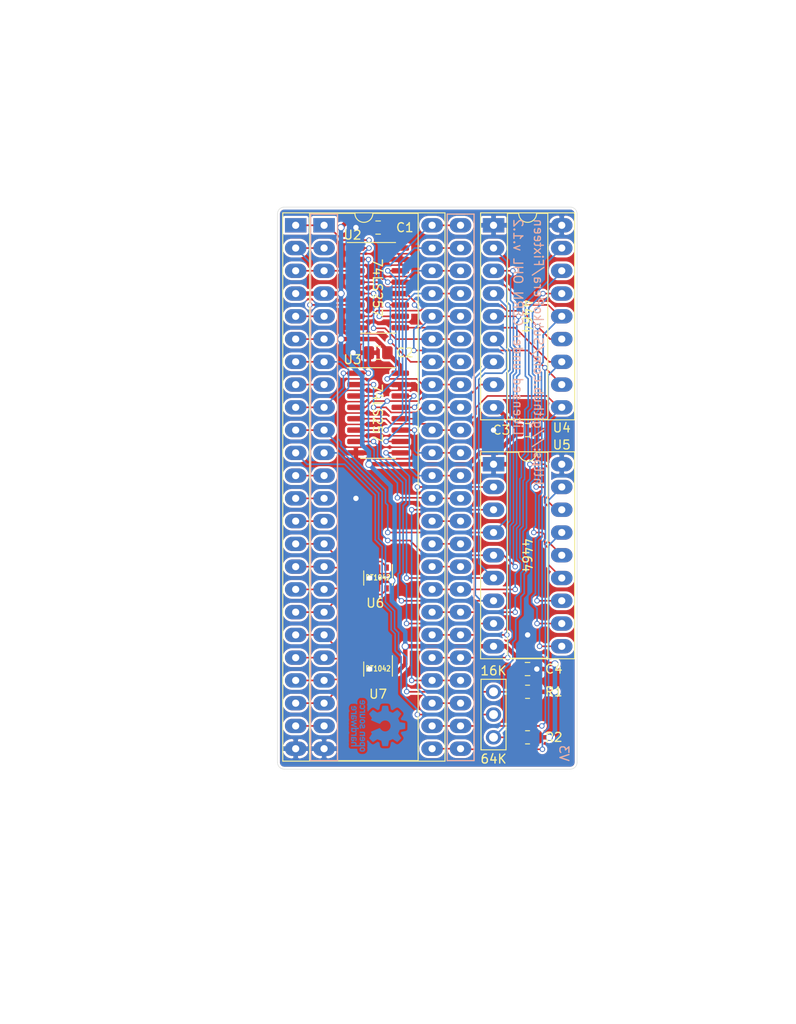
<source format=kicad_pcb>
(kicad_pcb (version 20171130) (host pcbnew 5.1.12)
  (title_block (title Fixteen) (date 2023-12-27) (rev 3git) (company SukkoPera) (comment 1 https://github.com/SukkoPera/Fixteen) (comment 2 "Licensed under CERN OHL v.1.2"))
  (layers (0 F.Cu signal) (31 B.Cu signal) (36 B.SilkS user) (37 F.SilkS user) (38 B.Mask user) (39 F.Mask user) (44 Edge.Cuts user))
  (net 0 "")
  (net 1 VCC)
  (net 2 /cs0)
  (net 3 /cs1)
  (net 4 /~irq)
  (net 5 /snd)
  (net 6 /ba)
  (net 7 /aec)
  (net 8 /clkout)
  (net 9 /color)
  (net 10 /clkin)
  (net 11 /k0)
  (net 12 /k1)
  (net 13 /k2)
  (net 14 /k3)
  (net 15 /k4)
  (net 16 /k5)
  (net 17 /k6)
  (net 18 /k7)
  (net 19 /lum)
  (net 20 GND)
  (net 21 /~cas)
  (net 22 a3)
  (net 23 a4)
  (net 24 a5)
  (net 25 a6)
  (net 26 a7)
  (net 27 a8)
  (net 28 a9)
  (net 29 a10)
  (net 30 a11)
  (net 31 a12)
  (net 32 a13)
  (net 33 a14)
  (net 34 a15)
  (net 35 /~cas_16k)
  (net 36 ~RAS)
  (net 37 SEL)
  (net 38 d7)
  (net 39 d6)
  (net 40 R_~W)
  (net 41 d5)
  (net 42 d4)
  (net 43 d3)
  (net 44 d2)
  (net 45 a0)
  (net 46 d1)
  (net 47 a1)
  (net 48 d0)
  (net 49 a2)
  (net 50 ~CAS_64K)
  (net 51 "/64K RAM Expansion/m4")
  (net 52 "/64K RAM Expansion/m5")
  (net 53 "/64K RAM Expansion/m6")
  (net 54 "/64K RAM Expansion/m3")
  (net 55 "/64K RAM Expansion/m2")
  (net 56 "/64K RAM Expansion/m1")
  (net 57 "/64K RAM Expansion/m0")
  (net 58 "/64K RAM Expansion/m7")
  (module Fixteen:Pin_Header_Straight_1x03-ModSilkS (layer F.Cu) (at 144.018 128.016)
    (fp_text reference J2 hide)
    (fp_text value RAM_SELECTOR)
    (pad 3 thru_hole oval (at 0 5.08) (size 1.7 1.6) (drill 1) (layers *.Cu *.Mask) (net 50 ~CAS_64K))
    (pad 2 thru_hole oval (at 0 2.54) (size 1.7 1.6) (drill 1) (layers *.Cu *.Mask) (net 21 /~cas))
    (pad 1 thru_hole oval (at 0 0) (size 1.7 1.6) (drill 1) (layers *.Cu *.Mask) (net 35 /~cas_16k))
  )
  (module Fixteen:DIP-48_W15.24mm_LongPads_ModSilkS (layer F.Cu) (at 125.095 75.946)
    (fp_text reference J1 hide)
    (fp_text value TED_SOCKET)
    (pad 48 thru_hole oval (at 15.24 0) (size 2.4 1.6) (drill 0.8) (layers *.Cu *.Mask) (net 22 a3))
    (pad 24 thru_hole oval (at 0 58.42) (size 2.4 1.6) (drill 0.8) (layers *.Cu *.Mask) (net 20 GND))
    (pad 47 thru_hole oval (at 15.24 2.54) (size 2.4 1.6) (drill 0.8) (layers *.Cu *.Mask) (net 23 a4))
    (pad 23 thru_hole oval (at 0 55.88) (size 2.4 1.6) (drill 0.8) (layers *.Cu *.Mask) (net 19 /lum))
    (pad 46 thru_hole oval (at 15.24 5.08) (size 2.4 1.6) (drill 0.8) (layers *.Cu *.Mask) (net 24 a5))
    (pad 22 thru_hole oval (at 0 53.34) (size 2.4 1.6) (drill 0.8) (layers *.Cu *.Mask) (net 18 /k7))
    (pad 45 thru_hole oval (at 15.24 7.62) (size 2.4 1.6) (drill 0.8) (layers *.Cu *.Mask) (net 25 a6))
    (pad 21 thru_hole oval (at 0 50.8) (size 2.4 1.6) (drill 0.8) (layers *.Cu *.Mask) (net 17 /k6))
    (pad 44 thru_hole oval (at 15.24 10.16) (size 2.4 1.6) (drill 0.8) (layers *.Cu *.Mask) (net 26 a7))
    (pad 20 thru_hole oval (at 0 48.26) (size 2.4 1.6) (drill 0.8) (layers *.Cu *.Mask) (net 16 /k5))
    (pad 43 thru_hole oval (at 15.24 12.7) (size 2.4 1.6) (drill 0.8) (layers *.Cu *.Mask) (net 27 a8))
    (pad 19 thru_hole oval (at 0 45.72) (size 2.4 1.6) (drill 0.8) (layers *.Cu *.Mask) (net 15 /k4))
    (pad 42 thru_hole oval (at 15.24 15.24) (size 2.4 1.6) (drill 0.8) (layers *.Cu *.Mask) (net 28 a9))
    (pad 18 thru_hole oval (at 0 43.18) (size 2.4 1.6) (drill 0.8) (layers *.Cu *.Mask) (net 14 /k3))
    (pad 41 thru_hole oval (at 15.24 17.78) (size 2.4 1.6) (drill 0.8) (layers *.Cu *.Mask) (net 29 a10))
    (pad 17 thru_hole oval (at 0 40.64) (size 2.4 1.6) (drill 0.8) (layers *.Cu *.Mask) (net 13 /k2))
    (pad 40 thru_hole oval (at 15.24 20.32) (size 2.4 1.6) (drill 0.8) (layers *.Cu *.Mask) (net 30 a11))
    (pad 16 thru_hole oval (at 0 38.1) (size 2.4 1.6) (drill 0.8) (layers *.Cu *.Mask) (net 12 /k1))
    (pad 39 thru_hole oval (at 15.24 22.86) (size 2.4 1.6) (drill 0.8) (layers *.Cu *.Mask) (net 31 a12))
    (pad 15 thru_hole oval (at 0 35.56) (size 2.4 1.6) (drill 0.8) (layers *.Cu *.Mask) (net 11 /k0))
    (pad 38 thru_hole oval (at 15.24 25.4) (size 2.4 1.6) (drill 0.8) (layers *.Cu *.Mask) (net 32 a13))
    (pad 14 thru_hole oval (at 0 33.02) (size 2.4 1.6) (drill 0.8) (layers *.Cu *.Mask) (net 10 /clkin))
    (pad 37 thru_hole oval (at 15.24 27.94) (size 2.4 1.6) (drill 0.8) (layers *.Cu *.Mask) (net 33 a14))
    (pad 13 thru_hole oval (at 0 30.48) (size 2.4 1.6) (drill 0.8) (layers *.Cu *.Mask) (net 9 /color))
    (pad 36 thru_hole oval (at 15.24 30.48) (size 2.4 1.6) (drill 0.8) (layers *.Cu *.Mask) (net 34 a15))
    (pad 12 thru_hole oval (at 0 27.94) (size 2.4 1.6) (drill 0.8) (layers *.Cu *.Mask) (net 8 /clkout))
    (pad 35 thru_hole oval (at 15.24 33.02) (size 2.4 1.6) (drill 0.8) (layers *.Cu *.Mask) (net 7 /aec))
    (pad 11 thru_hole oval (at 0 25.4) (size 2.4 1.6) (drill 0.8) (layers *.Cu *.Mask) (net 35 /~cas_16k))
    (pad 34 thru_hole oval (at 15.24 35.56) (size 2.4 1.6) (drill 0.8) (layers *.Cu *.Mask) (net 6 /ba))
    (pad 10 thru_hole oval (at 0 22.86) (size 2.4 1.6) (drill 0.8) (layers *.Cu *.Mask) (net 36 ~RAS))
    (pad 33 thru_hole oval (at 15.24 38.1) (size 2.4 1.6) (drill 0.8) (layers *.Cu *.Mask) (net 5 /snd))
    (pad 9 thru_hole oval (at 0 20.32) (size 2.4 1.6) (drill 0.8) (layers *.Cu *.Mask) (net 37 SEL))
    (pad 32 thru_hole oval (at 15.24 40.64) (size 2.4 1.6) (drill 0.8) (layers *.Cu *.Mask) (net 38 d7))
    (pad 8 thru_hole oval (at 0 17.78) (size 2.4 1.6) (drill 0.8) (layers *.Cu *.Mask) (net 4 /~irq))
    (pad 31 thru_hole oval (at 15.24 43.18) (size 2.4 1.6) (drill 0.8) (layers *.Cu *.Mask) (net 39 d6))
    (pad 7 thru_hole oval (at 0 15.24) (size 2.4 1.6) (drill 0.8) (layers *.Cu *.Mask) (net 40 R_~W))
    (pad 30 thru_hole oval (at 15.24 45.72) (size 2.4 1.6) (drill 0.8) (layers *.Cu *.Mask) (net 41 d5))
    (pad 6 thru_hole oval (at 0 12.7) (size 2.4 1.6) (drill 0.8) (layers *.Cu *.Mask) (net 3 /cs1))
    (pad 29 thru_hole oval (at 15.24 48.26) (size 2.4 1.6) (drill 0.8) (layers *.Cu *.Mask) (net 42 d4))
    (pad 5 thru_hole oval (at 0 10.16) (size 2.4 1.6) (drill 0.8) (layers *.Cu *.Mask) (net 2 /cs0))
    (pad 28 thru_hole oval (at 15.24 50.8) (size 2.4 1.6) (drill 0.8) (layers *.Cu *.Mask) (net 43 d3))
    (pad 4 thru_hole oval (at 0 7.62) (size 2.4 1.6) (drill 0.8) (layers *.Cu *.Mask) (net 1 VCC))
    (pad 27 thru_hole oval (at 15.24 53.34) (size 2.4 1.6) (drill 0.8) (layers *.Cu *.Mask) (net 44 d2))
    (pad 3 thru_hole oval (at 0 5.08) (size 2.4 1.6) (drill 0.8) (layers *.Cu *.Mask) (net 45 a0))
    (pad 26 thru_hole oval (at 15.24 55.88) (size 2.4 1.6) (drill 0.8) (layers *.Cu *.Mask) (net 46 d1))
    (pad 2 thru_hole oval (at 0 2.54) (size 2.4 1.6) (drill 0.8) (layers *.Cu *.Mask) (net 47 a1))
    (pad 25 thru_hole oval (at 15.24 58.42) (size 2.4 1.6) (drill 0.8) (layers *.Cu *.Mask) (net 48 d0))
    (pad 1 thru_hole rect (at 0 0) (size 2.4 1.6) (drill 0.8) (layers *.Cu *.Mask) (net 49 a2))
  )
  (module Package_DIP:DIP-48_W15.24mm_Socket_LongPads (layer F.Cu) (at 121.92 75.946)
    (fp_text reference U1 hide)
    (fp_text value MOS_7360_TED)
    (pad 1 thru_hole rect (at 0 0) (size 2.4 1.6) (drill 0.8) (layers *.Cu *.Mask) (net 49 a2))
    (pad 25 thru_hole oval (at 15.24 58.42) (size 2.4 1.6) (drill 0.8) (layers *.Cu *.Mask) (net 48 d0))
    (pad 2 thru_hole oval (at 0 2.54) (size 2.4 1.6) (drill 0.8) (layers *.Cu *.Mask) (net 47 a1))
    (pad 26 thru_hole oval (at 15.24 55.88) (size 2.4 1.6) (drill 0.8) (layers *.Cu *.Mask) (net 46 d1))
    (pad 3 thru_hole oval (at 0 5.08) (size 2.4 1.6) (drill 0.8) (layers *.Cu *.Mask) (net 45 a0))
    (pad 27 thru_hole oval (at 15.24 53.34) (size 2.4 1.6) (drill 0.8) (layers *.Cu *.Mask) (net 44 d2))
    (pad 4 thru_hole oval (at 0 7.62) (size 2.4 1.6) (drill 0.8) (layers *.Cu *.Mask) (net 1 VCC))
    (pad 28 thru_hole oval (at 15.24 50.8) (size 2.4 1.6) (drill 0.8) (layers *.Cu *.Mask) (net 43 d3))
    (pad 5 thru_hole oval (at 0 10.16) (size 2.4 1.6) (drill 0.8) (layers *.Cu *.Mask) (net 2 /cs0))
    (pad 29 thru_hole oval (at 15.24 48.26) (size 2.4 1.6) (drill 0.8) (layers *.Cu *.Mask) (net 42 d4))
    (pad 6 thru_hole oval (at 0 12.7) (size 2.4 1.6) (drill 0.8) (layers *.Cu *.Mask) (net 3 /cs1))
    (pad 30 thru_hole oval (at 15.24 45.72) (size 2.4 1.6) (drill 0.8) (layers *.Cu *.Mask) (net 41 d5))
    (pad 7 thru_hole oval (at 0 15.24) (size 2.4 1.6) (drill 0.8) (layers *.Cu *.Mask) (net 40 R_~W))
    (pad 31 thru_hole oval (at 15.24 43.18) (size 2.4 1.6) (drill 0.8) (layers *.Cu *.Mask) (net 39 d6))
    (pad 8 thru_hole oval (at 0 17.78) (size 2.4 1.6) (drill 0.8) (layers *.Cu *.Mask) (net 4 /~irq))
    (pad 32 thru_hole oval (at 15.24 40.64) (size 2.4 1.6) (drill 0.8) (layers *.Cu *.Mask) (net 38 d7))
    (pad 9 thru_hole oval (at 0 20.32) (size 2.4 1.6) (drill 0.8) (layers *.Cu *.Mask) (net 37 SEL))
    (pad 33 thru_hole oval (at 15.24 38.1) (size 2.4 1.6) (drill 0.8) (layers *.Cu *.Mask) (net 5 /snd))
    (pad 10 thru_hole oval (at 0 22.86) (size 2.4 1.6) (drill 0.8) (layers *.Cu *.Mask) (net 36 ~RAS))
    (pad 34 thru_hole oval (at 15.24 35.56) (size 2.4 1.6) (drill 0.8) (layers *.Cu *.Mask) (net 6 /ba))
    (pad 11 thru_hole oval (at 0 25.4) (size 2.4 1.6) (drill 0.8) (layers *.Cu *.Mask) (net 21 /~cas))
    (pad 35 thru_hole oval (at 15.24 33.02) (size 2.4 1.6) (drill 0.8) (layers *.Cu *.Mask) (net 7 /aec))
    (pad 12 thru_hole oval (at 0 27.94) (size 2.4 1.6) (drill 0.8) (layers *.Cu *.Mask) (net 8 /clkout))
    (pad 36 thru_hole oval (at 15.24 30.48) (size 2.4 1.6) (drill 0.8) (layers *.Cu *.Mask) (net 34 a15))
    (pad 13 thru_hole oval (at 0 30.48) (size 2.4 1.6) (drill 0.8) (layers *.Cu *.Mask) (net 9 /color))
    (pad 37 thru_hole oval (at 15.24 27.94) (size 2.4 1.6) (drill 0.8) (layers *.Cu *.Mask) (net 33 a14))
    (pad 14 thru_hole oval (at 0 33.02) (size 2.4 1.6) (drill 0.8) (layers *.Cu *.Mask) (net 10 /clkin))
    (pad 38 thru_hole oval (at 15.24 25.4) (size 2.4 1.6) (drill 0.8) (layers *.Cu *.Mask) (net 32 a13))
    (pad 15 thru_hole oval (at 0 35.56) (size 2.4 1.6) (drill 0.8) (layers *.Cu *.Mask) (net 11 /k0))
    (pad 39 thru_hole oval (at 15.24 22.86) (size 2.4 1.6) (drill 0.8) (layers *.Cu *.Mask) (net 31 a12))
    (pad 16 thru_hole oval (at 0 38.1) (size 2.4 1.6) (drill 0.8) (layers *.Cu *.Mask) (net 12 /k1))
    (pad 40 thru_hole oval (at 15.24 20.32) (size 2.4 1.6) (drill 0.8) (layers *.Cu *.Mask) (net 30 a11))
    (pad 17 thru_hole oval (at 0 40.64) (size 2.4 1.6) (drill 0.8) (layers *.Cu *.Mask) (net 13 /k2))
    (pad 41 thru_hole oval (at 15.24 17.78) (size 2.4 1.6) (drill 0.8) (layers *.Cu *.Mask) (net 29 a10))
    (pad 18 thru_hole oval (at 0 43.18) (size 2.4 1.6) (drill 0.8) (layers *.Cu *.Mask) (net 14 /k3))
    (pad 42 thru_hole oval (at 15.24 15.24) (size 2.4 1.6) (drill 0.8) (layers *.Cu *.Mask) (net 28 a9))
    (pad 19 thru_hole oval (at 0 45.72) (size 2.4 1.6) (drill 0.8) (layers *.Cu *.Mask) (net 15 /k4))
    (pad 43 thru_hole oval (at 15.24 12.7) (size 2.4 1.6) (drill 0.8) (layers *.Cu *.Mask) (net 27 a8))
    (pad 20 thru_hole oval (at 0 48.26) (size 2.4 1.6) (drill 0.8) (layers *.Cu *.Mask) (net 16 /k5))
    (pad 44 thru_hole oval (at 15.24 10.16) (size 2.4 1.6) (drill 0.8) (layers *.Cu *.Mask) (net 26 a7))
    (pad 21 thru_hole oval (at 0 50.8) (size 2.4 1.6) (drill 0.8) (layers *.Cu *.Mask) (net 17 /k6))
    (pad 45 thru_hole oval (at 15.24 7.62) (size 2.4 1.6) (drill 0.8) (layers *.Cu *.Mask) (net 25 a6))
    (pad 22 thru_hole oval (at 0 53.34) (size 2.4 1.6) (drill 0.8) (layers *.Cu *.Mask) (net 18 /k7))
    (pad 46 thru_hole oval (at 15.24 5.08) (size 2.4 1.6) (drill 0.8) (layers *.Cu *.Mask) (net 24 a5))
    (pad 23 thru_hole oval (at 0 55.88) (size 2.4 1.6) (drill 0.8) (layers *.Cu *.Mask) (net 19 /lum))
    (pad 47 thru_hole oval (at 15.24 2.54) (size 2.4 1.6) (drill 0.8) (layers *.Cu *.Mask) (net 23 a4))
    (pad 24 thru_hole oval (at 0 58.42) (size 2.4 1.6) (drill 0.8) (layers *.Cu *.Mask) (net 20 GND))
    (pad 48 thru_hole oval (at 15.24 0) (size 2.4 1.6) (drill 0.8) (layers *.Cu *.Mask) (net 22 a3))
  )
  (module Package_SO:TSOP-6_1.65x3.05mm_P0.95mm (layer F.Cu) (at 131.1225 115.316 270)
    (fp_text reference U6 (at 2.794 0.3125 180) (layer F.SilkS))
    (fp_text value DT1042 (at -0.051 -0.005 180) (layer F.SilkS) (effects (font (size 0.6 0.5) (thickness 0.12))))
    (pad 1 smd rect (at -1.16 -0.95 270) (size 0.7 0.51) (layers F.Cu F.Paste F.Mask) (net 11 /k0))
    (pad 2 smd rect (at -1.16 0 270) (size 0.7 0.51) (layers F.Cu F.Paste F.Mask) (net 20 GND))
    (pad 3 smd rect (at -1.16 0.95 270) (size 0.7 0.51) (layers F.Cu F.Paste F.Mask) (net 12 /k1))
    (pad 4 smd rect (at 1.16 0.95 270) (size 0.7 0.51) (layers F.Cu F.Paste F.Mask) (net 13 /k2))
    (pad 5 smd rect (at 1.16 0 270) (size 0.7 0.51) (layers F.Cu F.Paste F.Mask) (net 1 VCC))
    (pad 6 smd rect (at 1.16 -0.95 270) (size 0.7 0.51) (layers F.Cu F.Paste F.Mask) (net 14 /k3))
  )
  (module Package_SO:TSOP-6_1.65x3.05mm_P0.95mm (layer F.Cu) (at 131.1225 125.476 270)
    (fp_text reference U7 (at 2.794 -0.005 180) (layer F.SilkS))
    (fp_text value DT1042 (at -0.048 -0.005 180) (layer F.SilkS) (effects (font (size 0.6 0.5) (thickness 0.12))))
    (pad 6 smd rect (at 1.16 -0.95 270) (size 0.7 0.51) (layers F.Cu F.Paste F.Mask) (net 18 /k7))
    (pad 5 smd rect (at 1.16 0 270) (size 0.7 0.51) (layers F.Cu F.Paste F.Mask) (net 1 VCC))
    (pad 4 smd rect (at 1.16 0.95 270) (size 0.7 0.51) (layers F.Cu F.Paste F.Mask) (net 17 /k6))
    (pad 3 smd rect (at -1.16 0.95 270) (size 0.7 0.51) (layers F.Cu F.Paste F.Mask) (net 16 /k5))
    (pad 2 smd rect (at -1.16 0 270) (size 0.7 0.51) (layers F.Cu F.Paste F.Mask) (net 20 GND))
    (pad 1 smd rect (at -1.16 -0.95 270) (size 0.7 0.51) (layers F.Cu F.Paste F.Mask) (net 15 /k4))
  )
  (module Capacitor_SMD:C_0805_2012Metric_Pad1.18x1.45mm_HandSolder (layer F.Cu) (at 131.1275 76.2 180)
    (fp_text reference C1 (at -2.9845 0) (layer F.SilkS))
    (fp_text value 100n)
    (pad 1 smd roundrect (at -1.0375 0 180) (size 1.175 1.45) (layers F.Cu F.Paste F.Mask) (roundrect_rratio 0.2127659574468085) (net 1 VCC))
    (pad 2 smd roundrect (at 1.0375 0 180) (size 1.175 1.45) (layers F.Cu F.Paste F.Mask) (roundrect_rratio 0.2127659574468085) (net 20 GND))
  )
  (module Capacitor_SMD:C_0805_2012Metric_Pad1.18x1.45mm_HandSolder (layer F.Cu) (at 131.1275 90.17 180)
    (fp_text reference C2 (at -2.9845 0) (layer F.SilkS))
    (fp_text value 100n)
    (pad 1 smd roundrect (at -1.0375 0 180) (size 1.175 1.45) (layers F.Cu F.Paste F.Mask) (roundrect_rratio 0.2127659574468085) (net 1 VCC))
    (pad 2 smd roundrect (at 1.0375 0 180) (size 1.175 1.45) (layers F.Cu F.Paste F.Mask) (roundrect_rratio 0.2127659574468085) (net 20 GND))
  )
  (module Capacitor_SMD:C_0805_2012Metric_Pad1.18x1.45mm_HandSolder (layer F.Cu) (at 147.818 98.806)
    (fp_text reference C3 (at -2.911 -0.004) (layer F.SilkS))
    (fp_text value 100n)
    (pad 2 smd roundrect (at 1.0375 0) (size 1.175 1.45) (layers F.Cu F.Paste F.Mask) (roundrect_rratio 0.2127659574468085) (net 20 GND))
    (pad 1 smd roundrect (at -1.0375 0) (size 1.175 1.45) (layers F.Cu F.Paste F.Mask) (roundrect_rratio 0.2127659574468085) (net 1 VCC))
  )
  (module Capacitor_SMD:C_0805_2012Metric_Pad1.18x1.45mm_HandSolder (layer F.Cu) (at 147.818 125.476)
    (fp_text reference C4 (at 2.931 -0.004) (layer F.SilkS))
    (fp_text value 100n)
    (pad 2 smd roundrect (at 1.0375 0) (size 1.175 1.45) (layers F.Cu F.Paste F.Mask) (roundrect_rratio 0.2127659574468085) (net 20 GND))
    (pad 1 smd roundrect (at -1.0375 0) (size 1.175 1.45) (layers F.Cu F.Paste F.Mask) (roundrect_rratio 0.2127659574468085) (net 1 VCC))
  )
  (module Package_SO:SOIC-16_3.9x9.9mm_P1.27mm (layer F.Cu) (at 131.1275 82.931)
    (fp_text reference U2 (at -2.8575 -5.9) (layer F.SilkS))
    (fp_text value 74LS257 (at -0.0675 0 -90 unlocked) (layer F.SilkS))
    (pad 16 smd roundrect (at 2.475 -4.445) (size 1.95 0.6) (layers F.Cu F.Paste F.Mask) (net 1 VCC))
    (pad 15 smd roundrect (at 2.475 -3.175) (size 1.95 0.6) (layers F.Cu F.Paste F.Mask) (net 20 GND))
    (pad 14 smd roundrect (at 2.475 -1.905) (size 1.95 0.6) (layers F.Cu F.Paste F.Mask) (net 29 a10))
    (pad 13 smd roundrect (at 2.475 -0.635) (size 1.95 0.6) (layers F.Cu F.Paste F.Mask) (net 22 a3))
    (pad 12 smd roundrect (at 2.475 0.635) (size 1.95 0.6) (layers F.Cu F.Paste F.Mask) (net 54 "/64K RAM Expansion/m3"))
    (pad 11 smd roundrect (at 2.475 1.905) (size 1.95 0.6) (layers F.Cu F.Paste F.Mask) (net 28 a9))
    (pad 10 smd roundrect (at 2.475 3.175) (size 1.95 0.6) (layers F.Cu F.Paste F.Mask) (net 49 a2))
    (pad 9 smd roundrect (at 2.475 4.445) (size 1.95 0.6) (layers F.Cu F.Paste F.Mask) (net 55 "/64K RAM Expansion/m2"))
    (pad 8 smd roundrect (at -2.475 4.445) (size 1.95 0.6) (layers F.Cu F.Paste F.Mask) (net 20 GND))
    (pad 7 smd roundrect (at -2.475 3.175) (size 1.95 0.6) (layers F.Cu F.Paste F.Mask) (net 56 "/64K RAM Expansion/m1"))
    (pad 6 smd roundrect (at -2.475 1.905) (size 1.95 0.6) (layers F.Cu F.Paste F.Mask) (net 47 a1))
    (pad 5 smd roundrect (at -2.475 0.635) (size 1.95 0.6) (layers F.Cu F.Paste F.Mask) (net 27 a8))
    (pad 4 smd roundrect (at -2.475 -0.635) (size 1.95 0.6) (layers F.Cu F.Paste F.Mask) (net 57 "/64K RAM Expansion/m0"))
    (pad 3 smd roundrect (at -2.475 -1.905) (size 1.95 0.6) (layers F.Cu F.Paste F.Mask) (net 45 a0))
    (pad 2 smd roundrect (at -2.475 -3.175) (size 1.95 0.6) (layers F.Cu F.Paste F.Mask) (net 34 a15))
    (pad 1 smd roundrect (at -2.475 -4.445) (size 1.95 0.6) (layers F.Cu F.Paste F.Mask) (net 37 SEL))
  )
  (module Package_SO:SOIC-16_3.9x9.9mm_P1.27mm (layer F.Cu) (at 131.1275 96.901)
    (fp_text reference U3 (at -2.8575 -5.969) (layer F.SilkS))
    (fp_text value 74LS257 (at -0.0675 0 -90 unlocked) (layer F.SilkS))
    (pad 1 smd roundrect (at -2.475 -4.445) (size 1.95 0.6) (layers F.Cu F.Paste F.Mask) (net 37 SEL))
    (pad 2 smd roundrect (at -2.475 -3.175) (size 1.95 0.6) (layers F.Cu F.Paste F.Mask) (net 30 a11))
    (pad 3 smd roundrect (at -2.475 -1.905) (size 1.95 0.6) (layers F.Cu F.Paste F.Mask) (net 23 a4))
    (pad 4 smd roundrect (at -2.475 -0.635) (size 1.95 0.6) (layers F.Cu F.Paste F.Mask) (net 51 "/64K RAM Expansion/m4"))
    (pad 5 smd roundrect (at -2.475 0.635) (size 1.95 0.6) (layers F.Cu F.Paste F.Mask) (net 31 a12))
    (pad 6 smd roundrect (at -2.475 1.905) (size 1.95 0.6) (layers F.Cu F.Paste F.Mask) (net 24 a5))
    (pad 7 smd roundrect (at -2.475 3.175) (size 1.95 0.6) (layers F.Cu F.Paste F.Mask) (net 52 "/64K RAM Expansion/m5"))
    (pad 8 smd roundrect (at -2.475 4.445) (size 1.95 0.6) (layers F.Cu F.Paste F.Mask) (net 20 GND))
    (pad 9 smd roundrect (at 2.475 4.445) (size 1.95 0.6) (layers F.Cu F.Paste F.Mask) (net 53 "/64K RAM Expansion/m6"))
    (pad 10 smd roundrect (at 2.475 3.175) (size 1.95 0.6) (layers F.Cu F.Paste F.Mask) (net 25 a6))
    (pad 11 smd roundrect (at 2.475 1.905) (size 1.95 0.6) (layers F.Cu F.Paste F.Mask) (net 32 a13))
    (pad 12 smd roundrect (at 2.475 0.635) (size 1.95 0.6) (layers F.Cu F.Paste F.Mask) (net 58 "/64K RAM Expansion/m7"))
    (pad 13 smd roundrect (at 2.475 -0.635) (size 1.95 0.6) (layers F.Cu F.Paste F.Mask) (net 26 a7))
    (pad 14 smd roundrect (at 2.475 -1.905) (size 1.95 0.6) (layers F.Cu F.Paste F.Mask) (net 33 a14))
    (pad 15 smd roundrect (at 2.475 -3.175) (size 1.95 0.6) (layers F.Cu F.Paste F.Mask) (net 20 GND))
    (pad 16 smd roundrect (at 2.475 -4.445) (size 1.95 0.6) (layers F.Cu F.Paste F.Mask) (net 1 VCC))
  )
  (module Package_DIP:DIP-18_W7.62mm_Socket_LongPads (layer F.Cu) (at 144.018 75.946)
    (fp_text reference U4 (at 7.62 22.606) (layer F.SilkS))
    (fp_text value 4464 (at 3.7325 10.15 -90 unlocked) (layer F.SilkS))
    (pad 1 thru_hole rect (at 0 0) (size 2.4 1.6) (drill 0.8) (layers *.Cu *.Mask) (net 20 GND))
    (pad 10 thru_hole oval (at 7.62 20.32) (size 2.4 1.6) (drill 0.8) (layers *.Cu *.Mask) (net 58 "/64K RAM Expansion/m7"))
    (pad 2 thru_hole oval (at 0 2.54) (size 2.4 1.6) (drill 0.8) (layers *.Cu *.Mask) (net 41 d5))
    (pad 11 thru_hole oval (at 7.62 17.78) (size 2.4 1.6) (drill 0.8) (layers *.Cu *.Mask) (net 54 "/64K RAM Expansion/m3"))
    (pad 3 thru_hole oval (at 0 5.08) (size 2.4 1.6) (drill 0.8) (layers *.Cu *.Mask) (net 42 d4))
    (pad 12 thru_hole oval (at 7.62 15.24) (size 2.4 1.6) (drill 0.8) (layers *.Cu *.Mask) (net 55 "/64K RAM Expansion/m2"))
    (pad 4 thru_hole oval (at 0 7.62) (size 2.4 1.6) (drill 0.8) (layers *.Cu *.Mask) (net 40 R_~W))
    (pad 13 thru_hole oval (at 7.62 12.7) (size 2.4 1.6) (drill 0.8) (layers *.Cu *.Mask) (net 56 "/64K RAM Expansion/m1"))
    (pad 5 thru_hole oval (at 0 10.16) (size 2.4 1.6) (drill 0.8) (layers *.Cu *.Mask) (net 36 ~RAS))
    (pad 14 thru_hole oval (at 7.62 10.16) (size 2.4 1.6) (drill 0.8) (layers *.Cu *.Mask) (net 57 "/64K RAM Expansion/m0"))
    (pad 6 thru_hole oval (at 0 12.7) (size 2.4 1.6) (drill 0.8) (layers *.Cu *.Mask) (net 53 "/64K RAM Expansion/m6"))
    (pad 15 thru_hole oval (at 7.62 7.62) (size 2.4 1.6) (drill 0.8) (layers *.Cu *.Mask) (net 39 d6))
    (pad 7 thru_hole oval (at 0 15.24) (size 2.4 1.6) (drill 0.8) (layers *.Cu *.Mask) (net 52 "/64K RAM Expansion/m5"))
    (pad 16 thru_hole oval (at 7.62 5.08) (size 2.4 1.6) (drill 0.8) (layers *.Cu *.Mask) (net 50 ~CAS_64K))
    (pad 8 thru_hole oval (at 0 17.78) (size 2.4 1.6) (drill 0.8) (layers *.Cu *.Mask) (net 51 "/64K RAM Expansion/m4"))
    (pad 17 thru_hole oval (at 7.62 2.54) (size 2.4 1.6) (drill 0.8) (layers *.Cu *.Mask) (net 38 d7))
    (pad 9 thru_hole oval (at 0 20.32) (size 2.4 1.6) (drill 0.8) (layers *.Cu *.Mask) (net 1 VCC))
    (pad 18 thru_hole oval (at 7.62 0) (size 2.4 1.6) (drill 0.8) (layers *.Cu *.Mask) (net 20 GND))
  )
  (module Package_DIP:DIP-18_W7.62mm_Socket_LongPads (layer F.Cu) (at 144.018 102.616)
    (fp_text reference U5 (at 7.62 -2.159) (layer F.SilkS))
    (fp_text value 4464 (at 3.7325 10.15 -90 unlocked) (layer F.SilkS))
    (pad 18 thru_hole oval (at 7.62 0) (size 2.4 1.6) (drill 0.8) (layers *.Cu *.Mask) (net 20 GND))
    (pad 9 thru_hole oval (at 0 20.32) (size 2.4 1.6) (drill 0.8) (layers *.Cu *.Mask) (net 1 VCC))
    (pad 17 thru_hole oval (at 7.62 2.54) (size 2.4 1.6) (drill 0.8) (layers *.Cu *.Mask) (net 46 d1))
    (pad 8 thru_hole oval (at 0 17.78) (size 2.4 1.6) (drill 0.8) (layers *.Cu *.Mask) (net 51 "/64K RAM Expansion/m4"))
    (pad 16 thru_hole oval (at 7.62 5.08) (size 2.4 1.6) (drill 0.8) (layers *.Cu *.Mask) (net 50 ~CAS_64K))
    (pad 7 thru_hole oval (at 0 15.24) (size 2.4 1.6) (drill 0.8) (layers *.Cu *.Mask) (net 52 "/64K RAM Expansion/m5"))
    (pad 15 thru_hole oval (at 7.62 7.62) (size 2.4 1.6) (drill 0.8) (layers *.Cu *.Mask) (net 48 d0))
    (pad 6 thru_hole oval (at 0 12.7) (size 2.4 1.6) (drill 0.8) (layers *.Cu *.Mask) (net 53 "/64K RAM Expansion/m6"))
    (pad 14 thru_hole oval (at 7.62 10.16) (size 2.4 1.6) (drill 0.8) (layers *.Cu *.Mask) (net 57 "/64K RAM Expansion/m0"))
    (pad 5 thru_hole oval (at 0 10.16) (size 2.4 1.6) (drill 0.8) (layers *.Cu *.Mask) (net 36 ~RAS))
    (pad 13 thru_hole oval (at 7.62 12.7) (size 2.4 1.6) (drill 0.8) (layers *.Cu *.Mask) (net 56 "/64K RAM Expansion/m1"))
    (pad 4 thru_hole oval (at 0 7.62) (size 2.4 1.6) (drill 0.8) (layers *.Cu *.Mask) (net 40 R_~W))
    (pad 12 thru_hole oval (at 7.62 15.24) (size 2.4 1.6) (drill 0.8) (layers *.Cu *.Mask) (net 55 "/64K RAM Expansion/m2"))
    (pad 3 thru_hole oval (at 0 5.08) (size 2.4 1.6) (drill 0.8) (layers *.Cu *.Mask) (net 43 d3))
    (pad 11 thru_hole oval (at 7.62 17.78) (size 2.4 1.6) (drill 0.8) (layers *.Cu *.Mask) (net 54 "/64K RAM Expansion/m3"))
    (pad 2 thru_hole oval (at 0 2.54) (size 2.4 1.6) (drill 0.8) (layers *.Cu *.Mask) (net 44 d2))
    (pad 10 thru_hole oval (at 7.62 20.32) (size 2.4 1.6) (drill 0.8) (layers *.Cu *.Mask) (net 58 "/64K RAM Expansion/m7"))
    (pad 1 thru_hole rect (at 0 0) (size 2.4 1.6) (drill 0.8) (layers *.Cu *.Mask) (net 20 GND))
  )
  (module Resistor_SMD:R_0805_2012Metric_Pad1.20x1.40mm_HandSolder (layer F.Cu) (at 147.818 128.016 180)
    (fp_text reference R1 (at -2.931 0.004) (layer F.SilkS))
    (fp_text value 10k)
    (pad 2 smd roundrect (at 1 0 180) (size 1.2 1.4) (layers F.Cu F.Paste F.Mask) (roundrect_rratio 0.2083325) (net 35 /~cas_16k))
    (pad 1 smd roundrect (at -1 0 180) (size 1.2 1.4) (layers F.Cu F.Paste F.Mask) (roundrect_rratio 0.2083325) (net 1 VCC))
  )
  (module Resistor_SMD:R_0805_2012Metric_Pad1.20x1.40mm_HandSolder (layer F.Cu) (at 147.818 133.096 180)
    (fp_text reference R2 (at -2.931 0.004) (layer F.SilkS))
    (fp_text value 10k)
    (pad 1 smd roundrect (at -1 0 180) (size 1.2 1.4) (layers F.Cu F.Paste F.Mask) (roundrect_rratio 0.2083325) (net 1 VCC))
    (pad 2 smd roundrect (at 1 0 180) (size 1.2 1.4) (layers F.Cu F.Paste F.Mask) (roundrect_rratio 0.2083325) (net 50 ~CAS_64K))
  )
  (module Symbol:OSHW-Logo_5.7x6mm_Copper (layer B.Cu) (at 131.131301 131.832927 90)
    (fp_text reference J99 hide)
    (fp_text value OSHW_LOGO hide)
    (fp_poly (pts (xy -1.908759 -1.469184) (xy -1.882247 -1.482282) (xy -1.849553 -1.505106) (xy -1.825725 -1.529996) (xy -1.809406 -1.561249) (xy -1.79924 -1.603166) (xy -1.793872 -1.660044) (xy -1.791944 -1.736184) (xy -1.791831 -1.768917) (xy -1.792161 -1.840656) (xy -1.793527 -1.891927) (xy -1.7965 -1.927404) (xy -1.801649 -1.951763) (xy -1.809543 -1.96968) (xy -1.817757 -1.981902) (xy -1.870187 -2.033905) (xy -1.93193 -2.065184) (xy -1.998536 -2.074592) (xy -2.065558 -2.06098) (xy -2.086792 -2.051354) (xy -2.137624 -2.024859) (xy -2.137624 -2.440052) (xy -2.100525 -2.420868) (xy -2.051643 -2.406025) (xy -1.991561 -2.402222) (xy -1.931564 -2.409243) (xy -1.886256 -2.425013) (xy -1.848675 -2.455047) (xy -1.816564 -2.498024) (xy -1.81415 -2.502436) (xy -1.803967 -2.523221) (xy -1.79653 -2.54417) (xy -1.791411 -2.569548) (xy -1.788181 -2.603618) (xy -1.786413 -2.650641) (xy -1.785677 -2.714882) (xy -1.785544 -2.787176) (xy -1.785544 -3.017822) (xy -1.923861 -3.017822) (xy -1.923861 -2.592533) (xy -1.962549 -2.559979) (xy -2.002738 -2.53394) (xy -2.040797 -2.529205) (xy -2.079066 -2.541389) (xy -2.099462 -2.55332) (xy -2.114642 -2.570313) (xy -2.125438 -2.595995) (xy -2.132683 -2.633991) (xy -2.137208 -2.687926) (xy -2.139844 -2.761425) (xy -2.140772 -2.810347) (xy -2.143911 -3.011535) (xy -2.209926 -3.015336) (xy -2.27594 -3.019136) (xy -2.27594 -1.77065) (xy -2.137624 -1.77065) (xy -2.134097 -1.840254) (xy -2.122215 -1.888569) (xy -2.10002 -1.918631) (xy -2.065559 -1.933471) (xy -2.030742 -1.936436) (xy -1.991329 -1.933028) (xy -1.965171 -1.919617) (xy -1.948814 -1.901896) (xy -1.935937 -1.882835) (xy -1.928272 -1.861601) (xy -1.924861 -1.831849) (xy -1.924749 -1.787236) (xy -1.925897 -1.74988) (xy -1.928532 -1.693604) (xy -1.932456 -1.656658) (xy -1.939063 -1.633223) (xy -1.949749 -1.61748) (xy -1.959833 -1.60838) (xy -2.00197 -1.588537) (xy -2.05184 -1.585332) (xy -2.080476 -1.592168) (xy -2.108828 -1.616464) (xy -2.127609 -1.663728) (xy -2.136712 -1.733624) (xy -2.137624 -1.77065) (xy -2.27594 -1.77065) (xy -2.27594 -1.458614) (xy -2.206782 -1.458614) (xy -2.16526 -1.460256) (xy -2.143838 -1.466087) (xy -2.137626 -1.477461) (xy -2.137624 -1.477798) (xy -2.134742 -1.488938) (xy -2.12203 -1.487673) (xy -2.096757 -1.475433) (xy -2.037869 -1.456707) (xy -1.971615 -1.454739) (xy -1.908759 -1.469184)) (layer B.Cu) (width 0.01))
    (fp_poly (pts (xy -1.38421 -2.406555) (xy -1.325055 -2.422339) (xy -1.280023 -2.450948) (xy -1.248246 -2.488419) (xy -1.238366 -2.504411) (xy -1.231073 -2.521163) (xy -1.225974 -2.542592) (xy -1.222679 -2.572616) (xy -1.220797 -2.615154) (xy -1.219937 -2.674122) (xy -1.219707 -2.75344) (xy -1.219703 -2.774484) (xy -1.219703 -3.017822) (xy -1.280059 -3.017822) (xy -1.318557 -3.015126) (xy -1.347023 -3.008295) (xy -1.354155 -3.004083) (xy -1.373652 -2.996813) (xy -1.393566 -3.004083) (xy -1.426353 -3.01316) (xy -1.473978 -3.016813) (xy -1.526764 -3.015228) (xy -1.575036 -3.008589) (xy -1.603218 -3.000072) (xy -1.657753 -2.965063) (xy -1.691835 -2.916479) (xy -1.707157 -2.851882) (xy -1.707299 -2.850223) (xy -1.705955 -2.821566) (xy -1.584356 -2.821566) (xy -1.573726 -2.854161) (xy -1.55641 -2.872505) (xy -1.521652 -2.886379) (xy -1.475773 -2.891917) (xy -1.428988 -2.889191) (xy -1.391514 -2.878274) (xy -1.381015 -2.871269) (xy -1.362668 -2.838904) (xy -1.35802 -2.802111) (xy -1.35802 -2.753763) (xy -1.427582 -2.753763) (xy -1.493667 -2.75885) (xy -1.543764 -2.773263) (xy -1.574929 -2.795729) (xy -1.584356 -2.821566) (xy -1.705955 -2.821566) (xy -1.703987 -2.779647) (xy -1.68071 -2.723845) (xy -1.636948 -2.681647) (xy -1.630899 -2.677808) (xy -1.604907 -2.665309) (xy -1.572735 -2.65774) (xy -1.52776 -2.654061) (xy -1.474331 -2.653216) (xy -1.35802 -2.653169) (xy -1.35802 -2.604411) (xy -1.362953 -2.566581) (xy -1.375543 -2.541236) (xy -1.377017 -2.539887) (xy -1.405034 -2.5288) (xy -1.447326 -2.524503) (xy -1.494064 -2.526615) (xy -1.535418 -2.534756) (xy -1.559957 -2.546965) (xy -1.573253 -2.556746) (xy -1.587294 -2.558613) (xy -1.606671 -2.5506) (xy -1.635976 -2.530739) (xy -1.679803 -2.497063) (xy -1.683825 -2.493909) (xy -1.681764 -2.482236) (xy -1.664568 -2.462822) (xy -1.638433 -2.441248) (xy -1.609552 -2.423096) (xy -1.600478 -2.418809) (xy -1.56738 -2.410256) (xy -1.51888 -2.404155) (xy -1.464695 -2.401708) (xy -1.462161 -2.401703) (xy -1.38421 -2.406555)) (layer B.Cu) (width 0.01))
    (fp_poly (pts (xy -0.993356 -2.40302) (xy -0.974539 -2.40866) (xy -0.968473 -2.421053) (xy -0.968218 -2.426647) (xy -0.967129 -2.44223) (xy -0.959632 -2.444676) (xy -0.939381 -2.433993) (xy -0.927351 -2.426694) (xy -0.8894 -2.411063) (xy -0.844072 -2.403334) (xy -0.796544 -2.40274) (xy -0.751995 -2.408513) (xy -0.715602 -2.419884) (xy -0.692543 -2.436088) (xy -0.687996 -2.456355) (xy -0.690291 -2.461843) (xy -0.70702 -2.484626) (xy -0.732963 -2.512647) (xy -0.737655 -2.517177) (xy -0.762383 -2.538005) (xy -0.783718 -2.544735) (xy -0.813555 -2.540038) (xy -0.825508 -2.536917) (xy -0.862705 -2.529421) (xy -0.888859 -2.532792) (xy -0.910946 -2.544681) (xy -0.931178 -2.560635) (xy -0.946079 -2.5807) (xy -0.956434 -2.608702) (xy -0.963029 -2.648467) (xy -0.966649 -2.703823) (xy -0.968078 -2.778594) (xy -0.968218 -2.82374) (xy -0.968218 -3.017822) (xy -1.09396 -3.017822) (xy -1.09396 -2.401683) (xy -1.031089 -2.401683) (xy -0.993356 -2.40302)) (layer B.Cu) (width 0.01))
    (fp_poly (pts (xy -0.201188 -3.017822) (xy -0.270346 -3.017822) (xy -0.310488 -3.016645) (xy -0.331394 -3.011772) (xy -0.338922 -3.001186) (xy -0.339505 -2.994029) (xy -0.340774 -2.979676) (xy -0.348779 -2.976923) (xy -0.369815 -2.985771) (xy -0.386173 -2.994029) (xy -0.448977 -3.013597) (xy -0.517248 -3.014729) (xy -0.572752 -3.000135) (xy -0.624438 -2.964877) (xy -0.663838 -2.912835) (xy -0.685413 -2.85145) (xy -0.685962 -2.848018) (xy -0.689167 -2.810571) (xy -0.690761 -2.756813) (xy -0.690633 -2.716155) (xy -0.553279 -2.716155) (xy -0.550097 -2.770194) (xy -0.542859 -2.814735) (xy -0.53306 -2.839888) (xy -0.495989 -2.87426) (xy -0.451974 -2.886582) (xy -0.406584 -2.876618) (xy -0.367797 -2.846895) (xy -0.353108 -2.826905) (xy -0.344519 -2.80305) (xy -0.340496 -2.76823) (xy -0.339505 -2.71593) (xy -0.341278 -2.664139) (xy -0.345963 -2.618634) (xy -0.352603 -2.588181) (xy -0.35371 -2.585452) (xy -0.380491 -2.553) (xy -0.419579 -2.535183) (xy -0.463315 -2.532306) (xy -0.504038 -2.544674) (xy -0.534087 -2.572593) (xy -0.537204 -2.578148) (xy -0.546961 -2.612022) (xy -0.552277 -2.660728) (xy -0.553279 -2.716155) (xy -0.690633 -2.716155) (xy -0.690568 -2.69554) (xy -0.689664 -2.662563) (xy -0.683514 -2.580981) (xy -0.670733 -2.51973) (xy -0.649471 -2.474449) (xy -0.617878 -2.440779) (xy -0.587207 -2.421014) (xy -0.544354 -2.40712) (xy -0.491056 -2.402354) (xy -0.43648 -2.406236) (xy -0.389792 -2.418282) (xy -0.365124 -2.432693) (xy -0.339505 -2.455878) (xy -0.339505 -2.162773) (xy -0.201188 -2.162773) (xy -0.201188 -3.017822)) (layer B.Cu) (width 0.01))
    (fp_poly (pts (xy 0.281524 -2.404237) (xy 0.331255 -2.407971) (xy 0.461291 -2.797773) (xy 0.481678 -2.728614) (xy 0.493946 -2.685874) (xy 0.510085 -2.628115) (xy 0.527512 -2.564625) (xy 0.536726 -2.53057) (xy 0.571388 -2.401683) (xy 0.714391 -2.401683) (xy 0.671646 -2.536857) (xy 0.650596 -2.603342) (xy 0.625167 -2.683539) (xy 0.59861 -2.767193) (xy 0.574902 -2.841782) (xy 0.520902 -3.011535) (xy 0.462598 -3.015328) (xy 0.404295 -3.019122) (xy 0.372679 -2.914734) (xy 0.353182 -2.849889) (xy 0.331904 -2.7784) (xy 0.313308 -2.715263) (xy 0.312574 -2.71275) (xy 0.298684 -2.669969) (xy 0.286429 -2.640779) (xy 0.277846 -2.629741) (xy 0.276082 -2.631018) (xy 0.269891 -2.64813) (xy 0.258128 -2.684787) (xy 0.242225 -2.736378) (xy 0.223614 -2.798294) (xy 0.213543 -2.832352) (xy 0.159007 -3.017822) (xy 0.043264 -3.017822) (xy -0.049263 -2.725471) (xy -0.075256 -2.643462) (xy -0.098934 -2.568987) (xy -0.11918 -2.505544) (xy -0.134874 -2.456632) (xy -0.144898 -2.425749) (xy -0.147945 -2.416726) (xy -0.145533 -2.407487) (xy -0.126592 -2.403441) (xy -0.087177 -2.403846) (xy -0.081007 -2.404152) (xy -0.007914 -2.407971) (xy 0.039957 -2.58401) (xy 0.057553 -2.648211) (xy 0.073277 -2.704649) (xy 0.085746 -2.748422) (xy 0.093574 -2.77463) (xy 0.09502 -2.778903) (xy 0.101014 -2.77399) (xy 0.113101 -2.748532) (xy 0.129893 -2.705997) (xy 0.150003 -2.64985) (xy 0.167003 -2.59913) (xy 0.231794 -2.400504) (xy 0.281524 -2.404237)) (layer B.Cu) (width 0.01))
    (fp_poly (pts (xy 1.038411 -2.405417) (xy 1.091411 -2.41829) (xy 1.106731 -2.42511) (xy 1.136428 -2.442974) (xy 1.15922 -2.463093) (xy 1.176083 -2.488962) (xy 1.187998 -2.524073) (xy 1.195942 -2.57192) (xy 1.200894 -2.635996) (xy 1.203831 -2.719794) (xy 1.204947 -2.775768) (xy 1.209052 -3.017822) (xy 1.138932 -3.017822) (xy 1.096393 -3.016038) (xy 1.074476 -3.009942) (xy 1.068812 -2.999706) (xy 1.065821 -2.988637) (xy 1.052451 -2.990754) (xy 1.034233 -2.999629) (xy 0.988624 -3.013233) (xy 0.930007 -3.016899) (xy 0.868354 -3.010903) (xy 0.813638 -2.995521) (xy 0.80873 -2.993386) (xy 0.758723 -2.958255) (xy 0.725756 -2.909419) (xy 0.710587 -2.852333) (xy 0.711746 -2.831824) (xy 0.835508 -2.831824) (xy 0.846413 -2.859425) (xy 0.878745 -2.879204) (xy 0.93091 -2.889819) (xy 0.958787 -2.891228) (xy 1.005247 -2.88762) (xy 1.036129 -2.873597) (xy 1.043664 -2.866931) (xy 1.064076 -2.830666) (xy 1.068812 -2.797773) (xy 1.068812 -2.753763) (xy 1.007513 -2.753763) (xy 0.936256 -2.757395) (xy 0.886276 -2.768818) (xy 0.854696 -2.788824) (xy 0.847626 -2.797743) (xy 0.835508 -2.831824) (xy 0.711746 -2.831824) (xy 0.713971 -2.792456) (xy 0.736663 -2.735244) (xy 0.767624 -2.69658) (xy 0.786376 -2.679864) (xy 0.804733 -2.668878) (xy 0.828619 -2.66218) (xy 0.863957 -2.658326) (xy 0.916669 -2.655873) (xy 0.937577 -2.655168) (xy 1.068812 -2.650879) (xy 1.06862 -2.611158) (xy 1.063537 -2.569405) (xy 1.045162 -2.544158) (xy 1.008039 -2.52803) (xy 1.007043 -2.527742) (xy 0.95441 -2.5214) (xy 0.902906 -2.529684) (xy 0.86463 -2.549827) (xy 0.849272 -2.559773) (xy 0.83273 -2.558397) (xy 0.807275 -2.543987) (xy 0.792328 -2.533817) (xy 0.763091 -2.512088) (xy 0.74498 -2.4958) (xy 0.742074 -2.491137) (xy 0.75404 -2.467005) (xy 0.789396 -2.438185) (xy 0.804753 -2.428461) (xy 0.848901 -2.411714) (xy 0.908398 -2.402227) (xy 0.974487 -2.400095) (xy 1.038411 -2.405417)) (layer B.Cu) (width 0.01))
    (fp_poly (pts (xy 1.635255 -2.401486) (xy 1.683595 -2.411015) (xy 1.711114 -2.425125) (xy 1.740064 -2.448568) (xy 1.698876 -2.500571) (xy 1.673482 -2.532064) (xy 1.656238 -2.547428) (xy 1.639102 -2.549776) (xy 1.614027 -2.542217) (xy 1.602257 -2.537941) (xy 1.55427 -2.531631) (xy 1.510324 -2.545156) (xy 1.47806 -2.57571) (xy 1.472819 -2.585452) (xy 1.467112 -2.611258) (xy 1.462706 -2.658817) (xy 1.459811 -2.724758) (xy 1.458631 -2.80571) (xy 1.458614 -2.817226) (xy 1.458614 -3.017822) (xy 1.320297 -3.017822) (xy 1.320297 -2.401683) (xy 1.389456 -2.401683) (xy 1.429333 -2.402725) (xy 1.450107 -2.407358) (xy 1.457789 -2.417849) (xy 1.458614 -2.427745) (xy 1.458614 -2.453806) (xy 1.491745 -2.427745) (xy 1.529735 -2.409965) (xy 1.58077 -2.401174) (xy 1.635255 -2.401486)) (layer B.Cu) (width 0.01))
    (fp_poly (pts (xy 2.032581 -2.40497) (xy 2.092685 -2.420597) (xy 2.143021 -2.452848) (xy 2.167393 -2.47694) (xy 2.207345 -2.533895) (xy 2.230242 -2.599965) (xy 2.238108 -2.681182) (xy 2.238148 -2.687748) (xy 2.238218 -2.753763) (xy 1.858264 -2.753763) (xy 1.866363 -2.788342) (xy 1.880987 -2.819659) (xy 1.906581 -2.852291) (xy 1.911935 -2.8575) (xy 1.957943 -2.885694) (xy 2.01041 -2.890475) (xy 2.070803 -2.871926) (xy 2.08104 -2.866931) (xy 2.112439 -2.851745) (xy 2.13347 -2.843094) (xy 2.137139 -2.842293) (xy 2.149948 -2.850063) (xy 2.174378 -2.869072) (xy 2.186779 -2.87946) (xy 2.212476 -2.903321) (xy 2.220915 -2.919077) (xy 2.215058 -2.933571) (xy 2.211928 -2.937534) (xy 2.190725 -2.954879) (xy 2.155738 -2.975959) (xy 2.131337 -2.988265) (xy 2.062072 -3.009946) (xy 1.985388 -3.016971) (xy 1.912765 -3.008647) (xy 1.892426 -3.002686) (xy 1.829476 -2.968952) (xy 1.782815 -2.917045) (xy 1.752173 -2.846459) (xy 1.737282 -2.756692) (xy 1.735647 -2.709753) (xy 1.740421 -2.641413) (xy 1.86099 -2.641413) (xy 1.872652 -2.646465) (xy 1.903998 -2.650429) (xy 1.949571 -2.652768) (xy 1.980446 -2.653169) (xy 2.035981 -2.652783) (xy 2.071033 -2.650975) (xy 2.090262 -2.646773) (xy 2.09833 -2.639203) (xy 2.099901 -2.628218) (xy 2.089121 -2.594381) (xy 2.06198 -2.56094) (xy 2.026277 -2.535272) (xy 1.99056 -2.524772) (xy 1.942048 -2.534086) (xy 1.900053 -2.561013) (xy 1.870936 -2.599827) (xy 1.86099 -2.641413) (xy 1.740421 -2.641413) (xy 1.742599 -2.610236) (xy 1.764055 -2.530949) (xy 1.80047 -2.471263) (xy 1.852297 -2.430549) (xy 1.91999 -2.408179) (xy 1.956662 -2.403871) (xy 2.032581 -2.40497)) (layer B.Cu) (width 0.01))
    (fp_poly (pts (xy -2.538261 -1.465148) (xy -2.472479 -1.494231) (xy -2.42254 -1.542793) (xy -2.388374 -1.610908) (xy -2.369907 -1.698651) (xy -2.368583 -1.712351) (xy -2.367546 -1.808939) (xy -2.380993 -1.893602) (xy -2.408108 -1.962221) (xy -2.422627 -1.984294) (xy -2.473201 -2.031011) (xy -2.537609 -2.061268) (xy -2.609666 -2.073824) (xy -2.683185 -2.067439) (xy -2.739072 -2.047772) (xy -2.787132 -2.014629) (xy -2.826412 -1.971175) (xy -2.827092 -1.970158) (xy -2.843044 -1.943338) (xy -2.85341 -1.916368) (xy -2.859688 -1.882332) (xy -2.863373 -1.83431) (xy -2.864997 -1.794931) (xy -2.865672 -1.759219) (xy -2.739955 -1.759219) (xy -2.738726 -1.79477) (xy -2.734266 -1.842094) (xy -2.726397 -1.872465) (xy -2.712207 -1.894072) (xy -2.698917 -1.906694) (xy -2.651802 -1.933122) (xy -2.602505 -1.936653) (xy -2.556593 -1.917639) (xy -2.533638 -1.896331) (xy -2.517096 -1.874859) (xy -2.507421 -1.854313) (xy -2.503174 -1.827574) (xy -2.50292 -1.787523) (xy -2.504228 -1.750638) (xy -2.507043 -1.697947) (xy -2.511505 -1.663772) (xy -2.519548 -1.64148) (xy -2.533103 -1.624442) (xy -2.543845 -1.614703) (xy -2.588777 -1.589123) (xy -2.637249 -1.587847) (xy -2.677894 -1.602999) (xy -2.712567 -1.634642) (xy -2.733224 -1.68662) (xy -2.739955 -1.759219) (xy -2.865672 -1.759219) (xy -2.866479 -1.716621) (xy -2.863948 -1.658056) (xy -2.856362 -1.614007) (xy -2.842681 -1.579248) (xy -2.821865 -1.548551) (xy -2.814147 -1.539436) (xy -2.765889 -1.494021) (xy -2.714128 -1.467493) (xy -2.650828 -1.456379) (xy -2.619961 -1.455471) (xy -2.538261 -1.465148)) (layer B.Cu) (width 0.01))
    (fp_poly (pts (xy -1.356699 -1.472614) (xy -1.344168 -1.478514) (xy -1.300799 -1.510283) (xy -1.25979 -1.556646) (xy -1.229168 -1.607696) (xy -1.220459 -1.631166) (xy -1.212512 -1.673091) (xy -1.207774 -1.723757) (xy -1.207199 -1.744679) (xy -1.207129 -1.810693) (xy -1.587083 -1.810693) (xy -1.578983 -1.845273) (xy -1.559104 -1.88617) (xy -1.524347 -1.921514) (xy -1.482998 -1.944282) (xy -1.456649 -1.94901) (xy -1.420916 -1.943273) (xy -1.378282 -1.928882) (xy -1.363799 -1.922262) (xy -1.31024 -1.895513) (xy -1.264533 -1.930376) (xy -1.238158 -1.953955) (xy -1.224124 -1.973417) (xy -1.223414 -1.979129) (xy -1.235951 -1.992973) (xy -1.263428 -2.014012) (xy -1.288366 -2.030425) (xy -1.355664 -2.05993) (xy -1.43111 -2.073284) (xy -1.505888 -2.069812) (xy -1.565495 -2.051663) (xy -1.626941 -2.012784) (xy -1.670608 -1.961595) (xy -1.697926 -1.895367) (xy -1.710322 -1.811371) (xy -1.711421 -1.772936) (xy -1.707022 -1.684861) (xy -1.706482 -1.682299) (xy -1.580582 -1.682299) (xy -1.577115 -1.690558) (xy -1.562863 -1.695113) (xy -1.53347 -1.697065) (xy -1.484575 -1.697517) (xy -1.465748 -1.697525) (xy -1.408467 -1.696843) (xy -1.372141 -1.694364) (xy -1.352604 -1.689443) (xy -1.34569 -1.681434) (xy -1.345445 -1.678862) (xy -1.353336 -1.658423) (xy -1.373085 -1.629789) (xy -1.381575 -1.619763) (xy -1.413094 -1.591408) (xy -1.445949 -1.580259) (xy -1.463651 -1.579327) (xy -1.511539 -1.590981) (xy -1.551699 -1.622285) (xy -1.577173 -1.667752) (xy -1.577625 -1.669233) (xy -1.580582 -1.682299) (xy -1.706482 -1.682299) (xy -1.692392 -1.61551) (xy -1.666038 -1.560025) (xy -1.633807 -1.520639) (xy -1.574217 -1.477931) (xy -1.504168 -1.455109) (xy -1.429661 -1.453046) (xy -1.356699 -1.472614)) (layer B.Cu) (width 0.01))
    (fp_poly (pts (xy 0.014017 -1.456452) (xy 0.061634 -1.465482) (xy 0.111034 -1.48437) (xy 0.116312 -1.486777) (xy 0.153774 -1.506476) (xy 0.179717 -1.524781) (xy 0.188103 -1.536508) (xy 0.180117 -1.555632) (xy 0.16072 -1.58385) (xy 0.15211 -1.594384) (xy 0.116628 -1.635847) (xy 0.070885 -1.608858) (xy 0.02735 -1.590878) (xy -0.02295 -1.581267) (xy -0.071188 -1.58066) (xy -0.108533 -1.589691) (xy -0.117495 -1.595327) (xy -0.134563 -1.621171) (xy -0.136637 -1.650941) (xy -0.123866 -1.674197) (xy -0.116312 -1.678708) (xy -0.093675 -1.684309) (xy -0.053885 -1.690892) (xy -0.004834 -1.697183) (xy 0.004215 -1.69817) (xy 0.082996 -1.711798) (xy 0.140136 -1.734946) (xy 0.17803 -1.769752) (xy 0.199079 -1.818354) (xy 0.205635 -1.877718) (xy 0.196577 -1.945198) (xy 0.167164 -1.998188) (xy 0.117278 -2.036783) (xy 0.0468 -2.061081) (xy -0.031435 -2.070667) (xy -0.095234 -2.070552) (xy -0.146984 -2.061845) (xy -0.182327 -2.049825) (xy -0.226983 -2.02888) (xy -0.268253 -2.004574) (xy -0.282921 -1.993876) (xy -0.320643 -1.963084) (xy -0.275148 -1.917049) (xy -0.229653 -1.871013) (xy -0.177928 -1.905243) (xy -0.126048 -1.930952) (xy -0.070649 -1.944399) (xy -0.017395 -1.945818) (xy 0.028049 -1.935443) (xy 0.060016 -1.913507) (xy 0.070338 -1.894998) (xy 0.068789 -1.865314) (xy 0.04314 -1.842615) (xy -0.00654 -1.82694) (xy -0.060969 -1.819695) (xy -0.144736 -1.805873) (xy -0.206967 -1.779796) (xy -0.248493 -1.740699) (xy -0.270147 -1.68782) (xy -0.273147 -1.625126) (xy -0.258329 -1.559642) (xy -0.224546 -1.510144) (xy -0.171495 -1.476408) (xy -0.098874 -1.458207) (xy -0.045072 -1.454639) (xy 0.014017 -1.456452)) (layer B.Cu) (width 0.01))
    (fp_poly (pts (xy 0.610762 -1.466055) (xy 0.674363 -1.500692) (xy 0.724123 -1.555372) (xy 0.747568 -1.599842) (xy 0.757634 -1.639121) (xy 0.764156 -1.695116) (xy 0.766951 -1.759621) (xy 0.765836 -1.824429) (xy 0.760626 -1.881334) (xy 0.754541 -1.911727) (xy 0.734014 -1.953306) (xy 0.698463 -1.997468) (xy 0.655619 -2.036087) (xy 0.613211 -2.061034) (xy 0.612177 -2.06143) (xy 0.559553 -2.072331) (xy 0.497188 -2.072601) (xy 0.437924 -2.062676) (xy 0.41504 -2.054722) (xy 0.356102 -2.0213) (xy 0.31389 -1.977511) (xy 0.286156 -1.919538) (xy 0.270651 -1.843565) (xy 0.267143 -1.803771) (xy 0.26759 -1.753766) (xy 0.402376 -1.753766) (xy 0.406917 -1.826732) (xy 0.419986 -1.882334) (xy 0.440756 -1.917861) (xy 0.455552 -1.92802) (xy 0.493464 -1.935104) (xy 0.538527 -1.933007) (xy 0.577487 -1.922812) (xy 0.587704 -1.917204) (xy 0.614659 -1.884538) (xy 0.632451 -1.834545) (xy 0.640024 -1.773705) (xy 0.636325 -1.708497) (xy 0.628057 -1.669253) (xy 0.60432 -1.623805) (xy 0.566849 -1.595396) (xy 0.52172 -1.585573) (xy 0.475011 -1.595887) (xy 0.439132 -1.621112) (xy 0.420277 -1.641925) (xy 0.409272 -1.662439) (xy 0.404026 -1.690203) (xy 0.402449 -1.732762) (xy 0.402376 -1.753766) (xy 0.26759 -1.753766) (xy 0.268094 -1.69758) (xy 0.285388 -1.610501) (xy 0.319029 -1.54253) (xy 0.369018 -1.493664) (xy 0.435356 -1.463899) (xy 0.449601 -1.460448) (xy 0.53521 -1.452345) (xy 0.610762 -1.466055)) (layer B.Cu) (width 0.01))
    (fp_poly (pts (xy 0.993367 -1.654342) (xy 0.994555 -1.746563) (xy 0.998897 -1.81661) (xy 1.007558 -1.867381) (xy 1.021704 -1.901772) (xy 1.0425 -1.922679) (xy 1.07111 -1.933) (xy 1.106535 -1.935636) (xy 1.143636 -1.932682) (xy 1.171818 -1.921889) (xy 1.192243 -1.90036) (xy 1.206079 -1.865199) (xy 1.214491 -1.81351) (xy 1.218643 -1.742394) (xy 1.219703 -1.654342) (xy 1.219703 -1.458614) (xy 1.35802 -1.458614) (xy 1.35802 -2.062179) (xy 1.288862 -2.062179) (xy 1.24717 -2.060489) (xy 1.225701 -2.054556) (xy 1.219703 -2.043293) (xy 1.216091 -2.033261) (xy 1.201714 -2.035383) (xy 1.172736 -2.04958) (xy 1.106319 -2.07148) (xy 1.035875 -2.069928) (xy 0.968377 -2.046147) (xy 0.936233 -2.027362) (xy 0.911715 -2.007022) (xy 0.893804 -1.981573) (xy 0.881479 -1.947458) (xy 0.873723 -1.901121) (xy 0.869516 -1.839007) (xy 0.86784 -1.757561) (xy 0.867624 -1.694578) (xy 0.867624 -1.458614) (xy 0.993367 -1.458614) (xy 0.993367 -1.654342)) (layer B.Cu) (width 0.01))
    (fp_poly (pts (xy 2.217226 -1.46388) (xy 2.29008 -1.49483) (xy 2.313027 -1.509895) (xy 2.342354 -1.533048) (xy 2.360764 -1.551253) (xy 2.363961 -1.557183) (xy 2.354935 -1.57034) (xy 2.331837 -1.592667) (xy 2.313344 -1.60825) (xy 2.262728 -1.648926) (xy 2.22276 -1.615295) (xy 2.191874 -1.593584) (xy 2.161759 -1.58609) (xy 2.127292 -1.58792) (xy 2.072561 -1.601528) (xy 2.034886 -1.629772) (xy 2.011991 -1.675433) (xy 2.001597 -1.741289) (xy 2.001595 -1.741331) (xy 2.002494 -1.814939) (xy 2.016463 -1.868946) (xy 2.044328 -1.905716) (xy 2.063325 -1.918168) (xy 2.113776 -1.933673) (xy 2.167663 -1.933683) (xy 2.214546 -1.918638) (xy 2.225644 -1.911287) (xy 2.253476 -1.892511) (xy 2.275236 -1.889434) (xy 2.298704 -1.903409) (xy 2.324649 -1.92851) (xy 2.365716 -1.97088) (xy 2.320121 -2.008464) (xy 2.249674 -2.050882) (xy 2.170233 -2.071785) (xy 2.087215 -2.070272) (xy 2.032694 -2.056411) (xy 1.96897 -2.022135) (xy 1.918005 -1.968212) (xy 1.894851 -1.930149) (xy 1.876099 -1.875536) (xy 1.866715 -1.806369) (xy 1.866643 -1.731407) (xy 1.875824 -1.659409) (xy 1.894199 -1.599137) (xy 1.897093 -1.592958) (xy 1.939952 -1.532351) (xy 1.997979 -1.488224) (xy 2.066591 -1.461493) (xy 2.141201 -1.453073) (xy 2.217226 -1.46388)) (layer B.Cu) (width 0.01))
    (fp_poly (pts (xy 2.677898 -1.456457) (xy 2.710096 -1.464279) (xy 2.771825 -1.492921) (xy 2.82461 -1.536667) (xy 2.861141 -1.589117) (xy 2.86616 -1.600893) (xy 2.873045 -1.63174) (xy 2.877864 -1.677371) (xy 2.879505 -1.723492) (xy 2.879505 -1.810693) (xy 2.697178 -1.810693) (xy 2.621979 -1.810978) (xy 2.569003 -1.812704) (xy 2.535325 -1.817181) (xy 2.51802 -1.82572) (xy 2.514163 -1.83963) (xy 2.520829 -1.860222) (xy 2.53277 -1.884315) (xy 2.56608 -1.924525) (xy 2.612368 -1.944558) (xy 2.668944 -1.943905) (xy 2.733031 -1.922101) (xy 2.788417 -1.895193) (xy 2.834375 -1.931532) (xy 2.880333 -1.967872) (xy 2.837096 -2.007819) (xy 2.779374 -2.045563) (xy 2.708386 -2.06832) (xy 2.632029 -2.074688) (xy 2.558199 -2.063268) (xy 2.546287 -2.059393) (xy 2.481399 -2.025506) (xy 2.43313 -1.974986) (xy 2.400465 -1.906325) (xy 2.382385 -1.818014) (xy 2.382175 -1.816121) (xy 2.380556 -1.719878) (xy 2.3871 -1.685542) (xy 2.514852 -1.685542) (xy 2.526584 -1.690822) (xy 2.558438 -1.694867) (xy 2.605397 -1.697176) (xy 2.635154 -1.697525) (xy 2.690648 -1.697306) (xy 2.725346 -1.695916) (xy 2.743601 -1.692251) (xy 2.749766 -1.68521) (xy 2.748195 -1.67369) (xy 2.746878 -1.669233) (xy 2.724382 -1.627355) (xy 2.689003 -1.593604) (xy 2.65778 -1.578773) (xy 2.616301 -1.579668) (xy 2.574269 -1.598164) (xy 2.539012 -1.628786) (xy 2.517854 -1.666062) (xy 2.514852 -1.685542) (xy 2.3871 -1.685542) (xy 2.39669 -1.635229) (xy 2.428698 -1.564191) (xy 2.474701 -1.508779) (xy 2.532821 -1.471009) (xy 2.60118 -1.452896) (xy 2.677898 -1.456457)) (layer B.Cu) (width 0.01))
    (fp_poly (pts (xy -0.754012 -1.469002) (xy -0.722717 -1.48395) (xy -0.692409 -1.505541) (xy -0.669318 -1.530391) (xy -0.6525 -1.562087) (xy -0.641006 -1.604214) (xy -0.633891 -1.660358) (xy -0.630207 -1.734106) (xy -0.629008 -1.829044) (xy -0.628989 -1.838985) (xy -0.628713 -2.062179) (xy -0.76703 -2.062179) (xy -0.76703 -1.856418) (xy -0.767128 -1.780189) (xy -0.767809 -1.724939) (xy -0.769651 -1.686501) (xy -0.773233 -1.660706) (xy -0.779132 -1.643384) (xy -0.787927 -1.630368) (xy -0.80018 -1.617507) (xy -0.843047 -1.589873) (xy -0.889843 -1.584745) (xy -0.934424 -1.602217) (xy -0.949928 -1.615221) (xy -0.96131 -1.627447) (xy -0.969481 -1.64054) (xy -0.974974 -1.658615) (xy -0.97832 -1.685787) (xy -0.980051 -1.72617) (xy -0.980697 -1.783879) (xy -0.980792 -1.854132) (xy -0.980792 -2.062179) (xy -1.119109 -2.062179) (xy -1.119109 -1.458614) (xy -1.04995 -1.458614) (xy -1.008428 -1.460256) (xy -0.987006 -1.466087) (xy -0.980795 -1.477461) (xy -0.980792 -1.477798) (xy -0.97791 -1.488938) (xy -0.965199 -1.487674) (xy -0.939926 -1.475434) (xy -0.882605 -1.457424) (xy -0.817037 -1.455421) (xy -0.754012 -1.469002)) (layer B.Cu) (width 0.01))
    (fp_poly (pts (xy 1.79946 -1.45803) (xy 1.842711 -1.471245) (xy 1.870558 -1.487941) (xy 1.879629 -1.501145) (xy 1.877132 -1.516797) (xy 1.860931 -1.541385) (xy 1.847232 -1.5588) (xy 1.818992 -1.590283) (xy 1.797775 -1.603529) (xy 1.779688 -1.602664) (xy 1.726035 -1.58901) (xy 1.68663 -1.58963) (xy 1.654632 -1.605104) (xy 1.64389 -1.614161) (xy 1.609505 -1.646027) (xy 1.609505 -2.062179) (xy 1.471188 -2.062179) (xy 1.471188 -1.458614) (xy 1.540347 -1.458614) (xy 1.581869 -1.460256) (xy 1.603291 -1.466087) (xy 1.609502 -1.477461) (xy 1.609505 -1.477798) (xy 1.612439 -1.489713) (xy 1.625704 -1.488159) (xy 1.644084 -1.479563) (xy 1.682046 -1.463568) (xy 1.712872 -1.453945) (xy 1.752536 -1.451478) (xy 1.79946 -1.45803)) (layer B.Cu) (width 0.01))
    (fp_poly (pts (xy 0.376964 2.709982) (xy 0.433812 2.40843) (xy 0.853338 2.235488) (xy 1.104984 2.406605) (xy 1.175458 2.45425) (xy 1.239163 2.49679) (xy 1.293126 2.532285) (xy 1.334373 2.55879) (xy 1.359934 2.574364) (xy 1.366895 2.577722) (xy 1.379435 2.569086) (xy 1.406231 2.545208) (xy 1.44428 2.509141) (xy 1.490579 2.463933) (xy 1.542123 2.412636) (xy 1.595909 2.358299) (xy 1.648935 2.303972) (xy 1.698195 2.252705) (xy 1.740687 2.207549) (xy 1.773407 2.171554) (xy 1.793351 2.14777) (xy 1.798119 2.13981) (xy 1.791257 2.125135) (xy 1.77202 2.092986) (xy 1.74243 2.046508) (xy 1.70451 1.988844) (xy 1.660282 1.92314) (xy 1.634654 1.885664) (xy 1.587941 1.817232) (xy 1.546432 1.75548) (xy 1.51214 1.703481) (xy 1.48708 1.664308) (xy 1.473264 1.641035) (xy 1.471188 1.636145) (xy 1.475895 1.622245) (xy 1.488723 1.58985) (xy 1.507738 1.543515) (xy 1.531003 1.487794) (xy 1.556584 1.427242) (xy 1.582545 1.366414) (xy 1.60695 1.309864) (xy 1.627863 1.262148) (xy 1.643349 1.227819) (xy 1.651472 1.211432) (xy 1.651952 1.210788) (xy 1.664707 1.207659) (xy 1.698677 1.200679) (xy 1.75034 1.190533) (xy 1.816176 1.177908) (xy 1.892664 1.163491) (xy 1.93729 1.155177) (xy 2.019021 1.139616) (xy 2.092843 1.124808) (xy 2.155021 1.111564) (xy 2.201822 1.100695) (xy 2.229509 1.093011) (xy 2.235074 1.090573) (xy 2.240526 1.07407) (xy 2.244924 1.0368) (xy 2.248272 0.98312) (xy 2.250574 0.917388) (xy 2.251832 0.843963) (xy 2.252048 0.767204) (xy 2.251227 0.691468) (xy 2.249371 0.621114) (xy 2.246482 0.5605) (xy 2.242565 0.513984) (xy 2.237622 0.485925) (xy 2.234657 0.480084) (xy 2.216934 0.473083) (xy 2.179381 0.463073) (xy 2.126964 0.451231) (xy 2.064652 0.438733) (xy 2.0429 0.43469) (xy 1.938024 0.41548) (xy 1.85518 0.400009) (xy 1.79163 0.387663) (xy 1.744637 0.377827) (xy 1.711463 0.369886) (xy 1.689371 0.363224) (xy 1.675624 0.357227) (xy 1.667484 0.351281) (xy 1.666345 0.350106) (xy 1.654977 0.331174) (xy 1.637635 0.294331) (xy 1.61605 0.244087) (xy 1.591954 0.184954) (xy 1.567079 0.121444) (xy 1.543157 0.058068) (xy 1.521919 -0.000662) (xy 1.505097 -0.050235) (xy 1.494422 -0.086139) (xy 1.491627 -0.103862) (xy 1.49186 -0.104483) (xy 1.501331 -0.11897) (xy 1.522818 -0.150844) (xy 1.554063 -0.196789) (xy 1.592807 -0.253485) (xy 1.636793 -0.317617) (xy 1.649319 -0.335842) (xy 1.693984 -0.401914) (xy 1.733288 -0.4622) (xy 1.765088 -0.513235) (xy 1.787245 -0.55156) (xy 1.797617 -0.573711) (xy 1.798119 -0.576432) (xy 1.789405 -0.590736) (xy 1.765325 -0.619072) (xy 1.728976 -0.658396) (xy 1.683453 -0.705661) (xy 1.631852 -0.757823) (xy 1.577267 -0.811835) (xy 1.522794 -0.864653) (xy 1.471529 -0.913231) (xy 1.426567 -0.954523) (xy 1.391004 -0.985485) (xy 1.367935 -1.00307) (xy 1.361554 -1.005941) (xy 1.346699 -0.999178) (xy 1.316286 -0.980939) (xy 1.275268 -0.954297) (xy 1.243709 -0.932852) (xy 1.186525 -0.893503) (xy 1.118806 -0.847171) (xy 1.05088 -0.800913) (xy 1.014361 -0.776155) (xy 0.890752 -0.692547) (xy 0.786991 -0.74865) (xy 0.73972 -0.773228) (xy 0.699523 -0.792331) (xy 0.672326 -0.803227) (xy 0.665402 -0.804743) (xy 0.657077 -0.793549) (xy 0.640654 -0.761917) (xy 0.617357 -0.712765) (xy 0.588414 -0.64901) (xy 0.55505 -0.573571) (xy 0.518491 -0.489364) (xy 0.479964 -0.399308) (xy 0.440694 -0.306321) (xy 0.401908 -0.21332) (xy 0.36483 -0.123223) (xy 0.330689 -0.038948) (xy 0.300708 0.036587) (xy 0.276116 0.100466) (xy 0.258136 0.149769) (xy 0.247997 0.181579) (xy 0.246366 0.192504) (xy 0.259291 0.206439) (xy 0.287589 0.22906) (xy 0.325346 0.255667) (xy 0.328515 0.257772) (xy 0.4261 0.335886) (xy 0.504786 0.427018) (xy 0.563891 0.528255) (xy 0.602732 0.636682) (xy 0.620628 0.749386) (xy 0.616897 0.863452) (xy 0.590857 0.975966) (xy 0.541825 1.084015) (xy 0.5274 1.107655) (xy 0.452369 1.203113) (xy 0.36373 1.279768) (xy 0.264549 1.33722) (xy 0.157895 1.375071) (xy 0.046836 1.392922) (xy -0.065561 1.390375) (xy -0.176227 1.36703) (xy -0.282094 1.32249) (xy -0.380095 1.256355) (xy -0.41041 1.229513) (xy -0.487562 1.145488) (xy -0.543782 1.057034) (xy -0.582347 0.957885) (xy -0.603826 0.859697) (xy -0.609128 0.749303) (xy -0.591448 0.63836) (xy -0.552581 0.530619) (xy -0.494323 0.429831) (xy -0.418469 0.339744) (xy -0.326817 0.264108) (xy -0.314772 0.256136) (xy -0.276611 0.230026) (xy -0.247601 0.207405) (xy -0.233732 0.192961) (xy -0.233531 0.192504) (xy -0.236508 0.176879) (xy -0.248311 0.141418) (xy -0.267714 0.089038) (xy -0.293488 0.022655) (xy -0.324409 -0.054814) (xy -0.359249 -0.14045) (xy -0.396783 -0.231337) (xy -0.435783 -0.324559) (xy -0.475023 -0.417197) (xy -0.513276 -0.506335) (xy -0.549317 -0.589055) (xy -0.581917 -0.662441) (xy -0.609852 -0.723575) (xy -0.631895 -0.769541) (xy -0.646818 -0.797421) (xy -0.652828 -0.804743) (xy -0.671191 -0.799041) (xy -0.705552 -0.783749) (xy -0.749984 -0.761599) (xy -0.774417 -0.74865) (xy -0.878178 -0.692547) (xy -1.001787 -0.776155) (xy -1.064886 -0.818987) (xy -1.13397 -0.866122) (xy -1.198707 -0.910503) (xy -1.231134 -0.932852) (xy -1.276741 -0.963477) (xy -1.31536 -0.987747) (xy -1.341952 -1.002587) (xy -1.35059 -1.005724) (xy -1.363161 -0.997261) (xy -1.390984 -0.973636) (xy -1.431361 -0.937302) (xy -1.481595 -0.890711) (xy -1.538988 -0.836317) (xy -1.575286 -0.801392) (xy -1.63879 -0.738996) (xy -1.693673 -0.683188) (xy -1.737714 -0.636354) (xy -1.768695 -0.600882) (xy -1.784398 -0.579161) (xy -1.785905 -0.574752) (xy -1.778914 -0.557985) (xy -1.759594 -0.524082) (xy -1.730091 -0.476476) (xy -1.692545 -0.418599) (xy -1.6491 -0.353884) (xy -1.636745 -0.335842) (xy -1.591727 -0.270267) (xy -1.55134 -0.211228) (xy -1.51784 -0.162042) (xy -1.493486 -0.126028) (xy -1.480536 -0.106502) (xy -1.479285 -0.104483) (xy -1.481156 -0.088922) (xy -1.491087 -0.054709) (xy -1.507347 -0.006355) (xy -1.528205 0.051629) (xy -1.551927 0.11473) (xy -1.576784 0.178437) (xy -1.601042 0.238239) (xy -1.622971 0.289624) (xy -1.640838 0.328081) (xy -1.652913 0.349098) (xy -1.653771 0.350106) (xy -1.661154 0.356112) (xy -1.673625 0.362052) (xy -1.69392 0.36854) (xy -1.724778 0.376191) (xy -1.768934 0.38562) (xy -1.829126 0.397441) (xy -1.908093 0.412271) (xy -2.00857 0.430723) (xy -2.030325 0.43469) (xy -2.094802 0.447147) (xy -2.151011 0.459334) (xy -2.193987 0.470074) (xy -2.21876 0.478191) (xy -2.222082 0.480084) (xy -2.227556 0.496862) (xy -2.232006 0.534355) (xy -2.235428 0.588206) (xy -2.237819 0.654056) (xy -2.239177 0.727547) (xy -2.239499 0.80432) (xy -2.238781 0.880017) (xy -2.237021 0.95028) (xy -2.234216 1.01075) (xy -2.230362 1.05707) (xy -2.225457 1.084881) (xy -2.2225 1.090573) (xy -2.206037 1.096314) (xy -2.168551 1.105655) (xy -2.113775 1.117785) (xy -2.045445 1.131893) (xy -1.967294 1.14717) (xy -1.924716 1.155177) (xy -1.843929 1.170279) (xy -1.771887 1.18396) (xy -1.712111 1.195533) (xy -1.668121 1.204313) (xy -1.643439 1.209613) (xy -1.639377 1.210788) (xy -1.632511 1.224035) (xy -1.617998 1.255943) (xy -1.597771 1.301953) (xy -1.573766 1.357508) (xy -1.547918 1.418047) (xy -1.52216 1.479014) (xy -1.498427 1.535849) (xy -1.478654 1.583994) (xy -1.464776 1.61889) (xy -1.458726 1.635979) (xy -1.458614 1.636726) (xy -1.465472 1.650207) (xy -1.484698 1.68123) (xy -1.514272 1.726711) (xy -1.552173 1.783568) (xy -1.59638 1.848717) (xy -1.622079 1.886138) (xy -1.668907 1.954753) (xy -1.710499 2.017048) (xy -1.744825 2.069871) (xy -1.769857 2.110073) (xy -1.783565 2.1345) (xy -1.785544 2.139976) (xy -1.777034 2.152722) (xy -1.753507 2.179937) (xy -1.717968 2.218572) (xy -1.673423 2.265577) (xy -1.622877 2.317905) (xy -1.569336 2.372505) (xy -1.515805 2.42633) (xy -1.465289 2.47633) (xy -1.420794 2.519457) (xy -1.385325 2.552661) (xy -1.361887 2.572894) (xy -1.354046 2.577722) (xy -1.34128 2.570933) (xy -1.310744 2.551858) (xy -1.26541 2.522439) (xy -1.208244 2.484619) (xy -1.142216 2.440339) (xy -1.09241 2.406605) (xy -0.840764 2.235488) (xy -0.631001 2.321959) (xy -0.421237 2.40843) (xy -0.364389 2.709982) (xy -0.30754 3.011534) (xy 0.320115 3.011534) (xy 0.376964 2.709982)) (layer B.Cu) (width 0.01))
  )
  (gr_text V3 (at 151.892 134.874 270) (layer B.SilkS) (effects (font (size 1 1)) (justify mirror)))
  (gr_text "Licensed under CERN OHL v.1.2" (at 146.7505 87.316238 270) (layer B.SilkS) (effects (font (size 1 1)) (justify mirror)))
  (gr_text https://github.com/SukkoPera/Fixteen (at 149.0405 90.101952 270) (layer B.SilkS) (effects (font (size 1 1)) (justify mirror)))
  (gr_text 16K (at 144.018 125.6665) (layer F.SilkS) (effects (font (size 1 1))))
  (gr_text 64K (at 144.018 135.509) (layer F.SilkS) (effects (font (size 1 1))))
  (gr_arc (start 152.5905 135.89) (end 152.5905 136.652) (angle -90) (layer Edge.Cuts) (width 0.05))
  (gr_arc (start 120.65 135.89) (end 119.888 135.89) (angle -90) (layer Edge.Cuts) (width 0.05))
  (gr_arc (start 120.65 74.676) (end 120.65 73.914) (angle -90) (layer Edge.Cuts) (width 0.05))
  (gr_arc (start 152.5905 74.676) (end 153.3525 74.676) (angle -90) (layer Edge.Cuts) (width 0.05))
  (gr_line (start 152.5905 73.914) (end 120.65 73.914) (layer Edge.Cuts) (width 0.05))
  (gr_line (start 153.3525 135.89) (end 153.3525 74.676) (layer Edge.Cuts) (width 0.05))
  (gr_line (start 120.65 136.652) (end 152.5905 136.652) (layer Edge.Cuts) (width 0.05))
  (gr_line (start 119.888 74.676) (end 119.888 135.89) (layer Edge.Cuts) (width 0.05))
  (segment (start 121.92 83.566) (end 125.095 83.566) (width 0.5) (layer F.Cu) (net 1))
  (segment (start 132.165 90.17) (end 132.165 89.9375) (width 0.5) (layer F.Cu) (net 1))
  (via (at 126.986249 88.646) (size 0.8) (drill 0.6) (layers F.Cu B.Cu) (net 1))
  (segment (start 130.8735 88.646) (end 127.127 88.646) (width 0.5) (layer F.Cu) (net 1))
  (segment (start 132.165 89.9375) (end 130.8735 88.646) (width 0.5) (layer F.Cu) (net 1))
  (via (at 126.986249 76.2) (size 0.8) (drill 0.6) (layers F.Cu B.Cu) (net 1))
  (segment (start 127.127 88.646) (end 126.9365 88.4555) (width 0.5) (layer B.Cu) (net 1))
  (via (at 126.986249 83.566) (size 0.8) (drill 0.6) (layers F.Cu B.Cu) (net 1))
  (via (at 150.876 128.016) (size 0.8) (drill 0.6) (layers F.Cu B.Cu) (net 1))
  (segment (start 148.818 128.016) (end 150.876 128.016) (width 0.5) (layer F.Cu) (net 1))
  (via (at 150.876 124.9045) (size 0.8) (drill 0.6) (layers F.Cu B.Cu) (net 1))
  (segment (start 150.876 124.9045) (end 150.876 128.016) (width 0.5) (layer B.Cu) (net 1))
  (segment (start 146.7805 125.476) (end 146.7805 124.3645) (width 0.5) (layer F.Cu) (net 1))
  (segment (start 146.84401 124.30099) (end 147.35149 124.30099) (width 0.5) (layer F.Cu) (net 1))
  (segment (start 146.7805 124.3645) (end 146.84401 124.30099) (width 0.5) (layer F.Cu) (net 1))
  (segment (start 146.77999 124.30099) (end 147.35149 124.30099) (width 0.5) (layer F.Cu) (net 1))
  (segment (start 145.415 122.936) (end 146.77999 124.30099) (width 0.5) (layer F.Cu) (net 1))
  (segment (start 144.018 122.936) (end 145.415 122.936) (width 0.5) (layer F.Cu) (net 1))
  (via (at 150.241 133.096) (size 0.8) (drill 0.6) (layers F.Cu B.Cu) (net 1))
  (segment (start 148.818 133.096) (end 150.241 133.096) (width 0.5) (layer F.Cu) (net 1))
  (segment (start 150.876 128.016) (end 150.876 132.461) (width 0.5) (layer B.Cu) (net 1))
  (segment (start 150.876 132.461) (end 150.241 133.096) (width 0.5) (layer B.Cu) (net 1))
  (segment (start 146.7805 98.711) (end 146.7805 98.806) (width 0.5) (layer F.Cu) (net 1))
  (segment (start 144.3355 96.266) (end 146.7805 98.711) (width 0.5) (layer F.Cu) (net 1))
  (segment (start 144.018 96.266) (end 144.3355 96.266) (width 0.5) (layer F.Cu) (net 1))
  (via (at 130.1115 102.616) (size 0.8) (drill 0.6) (layers F.Cu B.Cu) (net 1))
  (via (at 134.1628 122.936) (size 0.8) (drill 0.6) (layers F.Cu B.Cu) (net 1))
  (segment (start 134.1628 122.936) (end 144.018 122.936) (width 0.5) (layer F.Cu) (net 1))
  (segment (start 131.1225 126.170998) (end 131.499998 125.7935) (width 0.5) (layer F.Cu) (net 1))
  (segment (start 131.1225 126.636) (end 131.1225 126.170998) (width 0.5) (layer F.Cu) (net 1))
  (segment (start 131.499998 125.7935) (end 133.2865 125.7935) (width 0.5) (layer F.Cu) (net 1))
  (segment (start 134.1628 124.9172) (end 134.1628 122.936) (width 0.5) (layer F.Cu) (net 1))
  (segment (start 133.2865 125.7935) (end 134.1628 124.9172) (width 0.5) (layer F.Cu) (net 1))
  (via (at 132.657262 115.624742) (size 0.8) (drill 0.6) (layers F.Cu B.Cu) (net 1))
  (segment (start 131.1225 116.010998) (end 131.508756 115.624742) (width 0.5) (layer F.Cu) (net 1))
  (segment (start 131.508756 115.624742) (end 132.657262 115.624742) (width 0.5) (layer F.Cu) (net 1))
  (segment (start 131.1225 116.476) (end 131.1225 116.010998) (width 0.5) (layer F.Cu) (net 1))
  (segment (start 125.095 83.566) (end 127.127 83.566) (width 0.5) (layer F.Cu) (net 1))
  (segment (start 126.986249 83.566) (end 126.986249 88.646) (width 0.5) (layer B.Cu) (net 1))
  (segment (start 132.165 76.2) (end 132.165 76.285) (width 0.5) (layer F.Cu) (net 1))
  (segment (start 133.6025 77.7225) (end 133.6025 78.486) (width 0.5) (layer F.Cu) (net 1))
  (segment (start 132.165 76.285) (end 133.6025 77.7225) (width 0.5) (layer F.Cu) (net 1))
  (segment (start 132.165 90.1945) (end 133.6025 91.632) (width 0.5) (layer F.Cu) (net 1))
  (segment (start 132.165 90.17) (end 132.165 90.1945) (width 0.5) (layer F.Cu) (net 1))
  (segment (start 133.6025 91.632) (end 133.6025 92.456) (width 0.5) (layer F.Cu) (net 1))
  (segment (start 130.1115 102.489) (end 129.9845 102.616) (width 0.5) (layer B.Cu) (net 1))
  (segment (start 130.1115 101.219) (end 130.1115 102.489) (width 0.5) (layer B.Cu) (net 1))
  (segment (start 129.3495 92.7735) (end 129.3495 100.457) (width 0.5) (layer B.Cu) (net 1))
  (segment (start 129.3495 100.457) (end 130.1115 101.219) (width 0.5) (layer B.Cu) (net 1))
  (segment (start 126.986249 90.410249) (end 129.3495 92.7735) (width 0.5) (layer B.Cu) (net 1))
  (segment (start 126.986249 88.646) (end 126.986249 90.410249) (width 0.5) (layer B.Cu) (net 1))
  (segment (start 146.7805 98.806) (end 146.7805 99.028) (width 0.5) (layer F.Cu) (net 1))
  (segment (start 133.5405 120.7135) (end 134.1628 121.3358) (width 0.5) (layer B.Cu) (net 1))
  (segment (start 132.6515 114.808) (end 132.6515 117.856) (width 0.5) (layer B.Cu) (net 1))
  (segment (start 132.969 107.1245) (end 132.969 114.4905) (width 0.5) (layer B.Cu) (net 1))
  (segment (start 133.5405 118.745) (end 133.5405 120.7135) (width 0.5) (layer B.Cu) (net 1))
  (segment (start 132.5245 106.68) (end 132.969 107.1245) (width 0.5) (layer B.Cu) (net 1))
  (segment (start 134.1628 121.3358) (end 134.1628 122.936) (width 0.5) (layer B.Cu) (net 1))
  (segment (start 132.5245 105.029) (end 132.5245 106.68) (width 0.5) (layer B.Cu) (net 1))
  (segment (start 132.6515 117.856) (end 133.5405 118.745) (width 0.5) (layer B.Cu) (net 1))
  (segment (start 132.969 114.4905) (end 132.6515 114.808) (width 0.5) (layer B.Cu) (net 1))
  (segment (start 130.1115 102.616) (end 132.5245 105.029) (width 0.5) (layer B.Cu) (net 1))
  (segment (start 150.086466 124.9045) (end 150.876 124.9045) (width 0.5) (layer F.Cu) (net 1))
  (segment (start 149.482956 124.30099) (end 150.086466 124.9045) (width 0.5) (layer F.Cu) (net 1))
  (segment (start 147.35149 124.30099) (end 149.482956 124.30099) (width 0.5) (layer F.Cu) (net 1))
  (segment (start 126.986249 76.2) (end 126.986249 83.566) (width 0.5) (layer B.Cu) (net 1))
  (segment (start 128.192749 74.9935) (end 126.986249 76.2) (width 0.5) (layer F.Cu) (net 1))
  (segment (start 131.064 74.9935) (end 128.192749 74.9935) (width 0.5) (layer F.Cu) (net 1))
  (segment (start 132.165 76.0945) (end 131.064 74.9935) (width 0.5) (layer F.Cu) (net 1))
  (segment (start 132.165 76.2) (end 132.165 76.0945) (width 0.5) (layer F.Cu) (net 1))
  (segment (start 142.502781 101.346) (end 141.232781 102.616) (width 0.5) (layer F.Cu) (net 1))
  (segment (start 141.232781 102.616) (end 129.9845 102.616) (width 0.5) (layer F.Cu) (net 1))
  (segment (start 144.399 101.346) (end 142.502781 101.346) (width 0.5) (layer F.Cu) (net 1))
  (segment (start 146.7805 98.9645) (end 144.399 101.346) (width 0.5) (layer F.Cu) (net 1))
  (segment (start 146.7805 98.806) (end 146.7805 98.9645) (width 0.5) (layer F.Cu) (net 1))
  (segment (start 121.92 86.106) (end 125.095 86.106) (width 0.18) (layer F.Cu) (net 2))
  (segment (start 121.92 88.646) (end 125.095 88.646) (width 0.18) (layer F.Cu) (net 3))
  (segment (start 121.92 93.726) (end 125.095 93.726) (width 0.18) (layer F.Cu) (net 4))
  (segment (start 137.16 114.046) (end 140.335 114.046) (width 0.18) (layer F.Cu) (net 5))
  (segment (start 137.16 111.506) (end 140.335 111.506) (width 0.18) (layer F.Cu) (net 6))
  (segment (start 137.16 108.966) (end 140.335 108.966) (width 0.18) (layer F.Cu) (net 7))
  (segment (start 121.92 103.886) (end 125.095 103.886) (width 0.18) (layer F.Cu) (net 8))
  (segment (start 121.92 106.426) (end 125.095 106.426) (width 0.18) (layer F.Cu) (net 9))
  (segment (start 121.92 108.966) (end 125.095 108.966) (width 0.18) (layer F.Cu) (net 10))
  (segment (start 121.92 111.506) (end 125.095 111.506) (width 0.18) (layer F.Cu) (net 11))
  (segment (start 131.47675 113.476499) (end 132.0725 114.072249) (width 0.18) (layer F.Cu) (net 11))
  (segment (start 132.0725 114.072249) (end 132.0725 114.156) (width 0.18) (layer F.Cu) (net 11))
  (segment (start 127.065499 113.476499) (end 131.47675 113.476499) (width 0.18) (layer F.Cu) (net 11))
  (segment (start 125.095 111.506) (end 127.065499 113.476499) (width 0.18) (layer F.Cu) (net 11))
  (segment (start 121.92 114.046) (end 125.095 114.046) (width 0.18) (layer F.Cu) (net 12))
  (segment (start 125.205 114.156) (end 125.095 114.046) (width 0.18) (layer F.Cu) (net 12))
  (segment (start 130.1725 114.156) (end 125.205 114.156) (width 0.18) (layer F.Cu) (net 12))
  (segment (start 121.92 116.586) (end 125.095 116.586) (width 0.18) (layer F.Cu) (net 13))
  (segment (start 125.205 116.476) (end 125.095 116.586) (width 0.18) (layer F.Cu) (net 13))
  (segment (start 130.1725 116.476) (end 125.205 116.476) (width 0.18) (layer F.Cu) (net 13))
  (segment (start 121.92 119.126) (end 125.095 119.126) (width 0.18) (layer F.Cu) (net 14))
  (segment (start 127.0635 117.1575) (end 125.095 119.126) (width 0.18) (layer F.Cu) (net 14))
  (segment (start 132.0725 116.5935) (end 131.5085 117.1575) (width 0.18) (layer F.Cu) (net 14))
  (segment (start 132.0725 116.476) (end 132.0725 116.5935) (width 0.18) (layer F.Cu) (net 14))
  (segment (start 131.5085 117.1575) (end 127.0635 117.1575) (width 0.18) (layer F.Cu) (net 14))
  (segment (start 121.92 121.666) (end 125.095 121.666) (width 0.18) (layer F.Cu) (net 15))
  (segment (start 127.104999 123.675999) (end 125.095 121.666) (width 0.18) (layer F.Cu) (net 15))
  (segment (start 132.0725 124.1985) (end 131.549999 123.675999) (width 0.18) (layer F.Cu) (net 15))
  (segment (start 131.549999 123.675999) (end 127.104999 123.675999) (width 0.18) (layer F.Cu) (net 15))
  (segment (start 132.0725 124.316) (end 132.0725 124.1985) (width 0.18) (layer F.Cu) (net 15))
  (segment (start 121.92 124.206) (end 125.095 124.206) (width 0.18) (layer F.Cu) (net 16))
  (segment (start 125.205 124.316) (end 125.095 124.206) (width 0.18) (layer F.Cu) (net 16))
  (segment (start 130.1725 124.316) (end 125.205 124.316) (width 0.18) (layer F.Cu) (net 16))
  (segment (start 121.92 126.746) (end 125.095 126.746) (width 0.18) (layer F.Cu) (net 17))
  (segment (start 125.205 126.636) (end 125.095 126.746) (width 0.18) (layer F.Cu) (net 17))
  (segment (start 130.1725 126.636) (end 125.205 126.636) (width 0.18) (layer F.Cu) (net 17))
  (segment (start 121.92 129.286) (end 125.095 129.286) (width 0.18) (layer F.Cu) (net 18))
  (segment (start 127.104999 127.276001) (end 125.095 129.286) (width 0.18) (layer F.Cu) (net 18))
  (segment (start 132.0725 126.72175) (end 131.518249 127.276001) (width 0.18) (layer F.Cu) (net 18))
  (segment (start 131.518249 127.276001) (end 127.104999 127.276001) (width 0.18) (layer F.Cu) (net 18))
  (segment (start 132.0725 126.636) (end 132.0725 126.72175) (width 0.18) (layer F.Cu) (net 18))
  (segment (start 121.92 131.826) (end 125.095 131.826) (width 0.18) (layer F.Cu) (net 19))
  (via (at 128.6525 76.2) (size 0.8) (drill 0.6) (layers F.Cu B.Cu) (net 20))
  (via (at 128.3335 90.17) (size 0.8) (drill 0.6) (layers F.Cu B.Cu) (net 20))
  (via (at 130.1725 115.316) (size 0.8) (drill 0.6) (layers F.Cu B.Cu) (net 20))
  (via (at 130.1725 125.476) (size 0.8) (drill 0.6) (layers F.Cu B.Cu) (net 20))
  (via (at 128.6525 106.426) (size 0.8) (drill 0.6) (layers F.Cu B.Cu) (net 20))
  (via (at 147.827999 121.665999) (size 0.8) (drill 0.6) (layers F.Cu B.Cu) (net 20))
  (via (at 148.8555 125.476) (size 0.8) (drill 0.6) (layers F.Cu B.Cu) (net 20))
  (via (at 144.018 98.806) (size 0.8) (drill 0.6) (layers F.Cu B.Cu) (net 20))
  (via (at 135.509 130.556) (size 0.6) (drill 0.4) (layers F.Cu B.Cu) (net 21))
  (segment (start 135.509 130.556) (end 144.018 130.556) (width 0.18) (layer F.Cu) (net 21))
  (segment (start 132.588 121.0945) (end 133.0325 121.539) (width 0.18) (layer B.Cu) (net 21))
  (segment (start 132.588 119.126) (end 132.588 121.0945) (width 0.18) (layer B.Cu) (net 21))
  (segment (start 131.572 118.11) (end 132.588 119.126) (width 0.18) (layer B.Cu) (net 21))
  (segment (start 131.572 111.8235) (end 131.572 118.11) (width 0.18) (layer B.Cu) (net 21))
  (segment (start 130.81 111.0615) (end 131.572 111.8235) (width 0.18) (layer B.Cu) (net 21))
  (segment (start 133.0325 123.444) (end 133.69925 124.11075) (width 0.18) (layer B.Cu) (net 21))
  (segment (start 130.81 106.045) (end 130.81 111.0615) (width 0.18) (layer B.Cu) (net 21))
  (segment (start 133.0325 121.539) (end 133.0325 123.444) (width 0.18) (layer B.Cu) (net 21))
  (segment (start 127.381 102.616) (end 130.81 106.045) (width 0.18) (layer B.Cu) (net 21))
  (segment (start 123.19 102.616) (end 127.381 102.616) (width 0.18) (layer B.Cu) (net 21))
  (segment (start 121.92 101.346) (end 123.19 102.616) (width 0.18) (layer B.Cu) (net 21))
  (segment (start 135.509 129.9845) (end 133.69925 128.17475) (width 0.18) (layer B.Cu) (net 21))
  (segment (start 135.509 130.556) (end 135.509 129.9845) (width 0.18) (layer B.Cu) (net 21))
  (segment (start 133.69925 124.11075) (end 133.69925 128.17475) (width 0.18) (layer B.Cu) (net 21))
  (via (at 132.207 82.296) (size 0.6) (drill 0.4) (layers F.Cu B.Cu) (net 22))
  (segment (start 137.16 75.946) (end 140.335 75.946) (width 0.18) (layer F.Cu) (net 22))
  (segment (start 132.207 82.296) (end 133.6025 82.296) (width 0.18) (layer F.Cu) (net 22))
  (segment (start 131.6355 81.7245) (end 132.207 82.296) (width 0.18) (layer B.Cu) (net 22))
  (segment (start 131.6355 80.772) (end 131.6355 81.7245) (width 0.18) (layer B.Cu) (net 22))
  (segment (start 131.953 80.4545) (end 131.6355 80.772) (width 0.18) (layer B.Cu) (net 22))
  (segment (start 136.906 75.946) (end 132.3975 80.4545) (width 0.18) (layer B.Cu) (net 22))
  (segment (start 132.3975 80.4545) (end 131.953 80.4545) (width 0.18) (layer B.Cu) (net 22))
  (segment (start 137.16 75.946) (end 136.906 75.946) (width 0.18) (layer B.Cu) (net 22))
  (via (at 131.191 94.996) (size 0.6) (drill 0.4) (layers F.Cu B.Cu) (net 23))
  (segment (start 128.6525 94.996) (end 131.191 94.996) (width 0.18) (layer F.Cu) (net 23))
  (segment (start 137.16 78.486) (end 140.335 78.486) (width 0.18) (layer F.Cu) (net 23))
  (segment (start 135.1915 78.486) (end 137.16 78.486) (width 0.18) (layer B.Cu) (net 23))
  (segment (start 133.477 80.2005) (end 135.1915 78.486) (width 0.18) (layer B.Cu) (net 23))
  (segment (start 133.477 92.71) (end 133.477 80.2005) (width 0.18) (layer B.Cu) (net 23))
  (segment (start 131.191 94.996) (end 133.477 92.71) (width 0.18) (layer B.Cu) (net 23))
  (segment (start 137.0965 81.0895) (end 137.16 81.026) (width 0.18) (layer F.Cu) (net 24))
  (segment (start 137.16 81.026) (end 140.335 81.026) (width 0.18) (layer F.Cu) (net 24))
  (via (at 132.0165 98.806) (size 0.6) (drill 0.4) (layers F.Cu B.Cu) (net 24))
  (segment (start 128.6525 98.806) (end 132.0165 98.806) (width 0.18) (layer F.Cu) (net 24))
  (segment (start 132.0165 98.806) (end 133.858 96.9645) (width 0.18) (layer B.Cu) (net 24))
  (segment (start 133.858 82.296) (end 135.128 81.026) (width 0.18) (layer B.Cu) (net 24))
  (segment (start 133.858 96.9645) (end 133.858 82.296) (width 0.18) (layer B.Cu) (net 24))
  (segment (start 135.128 81.026) (end 137.16 81.026) (width 0.18) (layer B.Cu) (net 24))
  (segment (start 132.079998 100.076) (end 132.016506 100.076) (width 0.18) (layer F.Cu) (net 25))
  (via (at 132.016506 100.076) (size 0.6) (drill 0.4) (layers F.Cu B.Cu) (net 25))
  (segment (start 133.6025 100.076) (end 132.079998 100.076) (width 0.18) (layer F.Cu) (net 25))
  (segment (start 137.16 83.566) (end 140.335 83.566) (width 0.18) (layer F.Cu) (net 25))
  (segment (start 134.239 84.5185) (end 135.1915 83.566) (width 0.18) (layer B.Cu) (net 25))
  (segment (start 134.239 97.853506) (end 134.239 84.5185) (width 0.18) (layer B.Cu) (net 25))
  (segment (start 132.016506 100.076) (end 134.239 97.853506) (width 0.18) (layer B.Cu) (net 25))
  (segment (start 135.1915 83.566) (end 137.16 83.566) (width 0.18) (layer B.Cu) (net 25))
  (via (at 135.1915 96.266) (size 0.6) (drill 0.4) (layers F.Cu B.Cu) (net 26))
  (segment (start 133.6025 96.266) (end 135.0645 96.266) (width 0.18) (layer F.Cu) (net 26))
  (segment (start 137.0965 86.1695) (end 137.16 86.106) (width 0.18) (layer F.Cu) (net 26))
  (segment (start 137.16 86.106) (end 140.335 86.106) (width 0.18) (layer F.Cu) (net 26))
  (segment (start 135.6868 95.7707) (end 135.1915 96.266) (width 0.18) (layer B.Cu) (net 26))
  (segment (start 135.6868 87.5792) (end 137.16 86.106) (width 0.18) (layer B.Cu) (net 26))
  (segment (start 135.6868 87.8967) (end 135.6868 87.5792) (width 0.18) (layer B.Cu) (net 26))
  (segment (start 135.6868 87.8967) (end 135.6868 95.7707) (width 0.18) (layer B.Cu) (net 26))
  (segment (start 128.6525 83.566) (end 130.429 83.566) (width 0.18) (layer F.Cu) (net 27))
  (via (at 130.6195 83.566) (size 0.6) (drill 0.4) (layers F.Cu B.Cu) (net 27))
  (segment (start 130.429 83.566) (end 130.6195 83.566) (width 0.18) (layer F.Cu) (net 27))
  (segment (start 137.16 88.646) (end 140.335 88.646) (width 0.18) (layer F.Cu) (net 27))
  (segment (start 130.6195 83.566) (end 130.6195 87.4395) (width 0.18) (layer B.Cu) (net 27))
  (via (at 130.6195 87.4395) (size 0.6) (drill 0.4) (layers F.Cu B.Cu) (net 27))
  (segment (start 131.8895 87.4395) (end 133.096 88.646) (width 0.18) (layer F.Cu) (net 27))
  (segment (start 130.6195 87.4395) (end 131.8895 87.4395) (width 0.18) (layer F.Cu) (net 27))
  (segment (start 137.16 88.646) (end 133.096 88.646) (width 0.18) (layer F.Cu) (net 27))
  (via (at 132.207 84.836) (size 0.6) (drill 0.4) (layers F.Cu B.Cu) (net 28))
  (segment (start 137.16 91.186) (end 140.335 91.186) (width 0.18) (layer F.Cu) (net 28))
  (segment (start 137.16 91.186) (end 134.747 91.186) (width 0.18) (layer F.Cu) (net 28))
  (segment (start 134.747 91.186) (end 134.747 91.175808) (width 0.18) (layer F.Cu) (net 28))
  (segment (start 132.207 84.836) (end 133.6025 84.836) (width 0.18) (layer F.Cu) (net 28))
  (via (at 132.497846 88.926654) (size 0.6) (drill 0.4) (layers F.Cu B.Cu) (net 28))
  (segment (start 134.747 91.175808) (end 132.497846 88.926654) (width 0.18) (layer F.Cu) (net 28))
  (segment (start 132.497846 85.126846) (end 132.207 84.836) (width 0.18) (layer B.Cu) (net 28))
  (segment (start 132.497846 88.926654) (end 132.497846 85.126846) (width 0.18) (layer B.Cu) (net 28))
  (via (at 132.207 81.026) (size 0.6) (drill 0.4) (layers F.Cu B.Cu) (net 29))
  (segment (start 133.6025 81.026) (end 132.207 81.026) (width 0.18) (layer F.Cu) (net 29))
  (via (at 132.1435 93.091) (size 0.6) (drill 0.4) (layers F.Cu B.Cu) (net 29))
  (segment (start 137.16 93.726) (end 140.335 93.726) (width 0.18) (layer F.Cu) (net 29))
  (segment (start 133.096 92.1385) (end 132.443499 92.791001) (width 0.18) (layer B.Cu) (net 29))
  (segment (start 132.443499 92.791001) (end 132.1435 93.091) (width 0.18) (layer B.Cu) (net 29))
  (segment (start 133.096 81.915) (end 133.096 92.1385) (width 0.18) (layer B.Cu) (net 29))
  (segment (start 132.207 81.026) (end 133.096 81.915) (width 0.18) (layer B.Cu) (net 29))
  (segment (start 135.4455 93.091) (end 132.1435 93.091) (width 0.18) (layer F.Cu) (net 29))
  (segment (start 136.0805 93.726) (end 135.4455 93.091) (width 0.18) (layer F.Cu) (net 29))
  (segment (start 137.16 93.726) (end 136.0805 93.726) (width 0.18) (layer F.Cu) (net 29))
  (segment (start 128.6525 93.726) (end 130.556 93.726) (width 0.18) (layer F.Cu) (net 30))
  (via (at 130.6195 93.726) (size 0.6) (drill 0.4) (layers F.Cu B.Cu) (net 30))
  (segment (start 130.556 93.726) (end 130.6195 93.726) (width 0.18) (layer F.Cu) (net 30))
  (via (at 130.6195 96.266) (size 0.6) (drill 0.4) (layers F.Cu B.Cu) (net 30))
  (segment (start 130.6195 93.726) (end 130.6195 96.266) (width 0.18) (layer B.Cu) (net 30))
  (segment (start 137.16 96.266) (end 140.335 96.266) (width 0.18) (layer F.Cu) (net 30))
  (segment (start 136.01402 96.266) (end 135.44401 96.83601) (width 0.18) (layer F.Cu) (net 30))
  (segment (start 137.16 96.266) (end 136.01402 96.266) (width 0.18) (layer F.Cu) (net 30))
  (segment (start 132.0165 96.266) (end 132.58651 96.83601) (width 0.18) (layer F.Cu) (net 30))
  (segment (start 130.6195 96.266) (end 132.0165 96.266) (width 0.18) (layer F.Cu) (net 30))
  (segment (start 132.58651 96.83601) (end 135.44401 96.83601) (width 0.18) (layer F.Cu) (net 30))
  (segment (start 137.16 98.806) (end 140.335 98.806) (width 0.18) (layer F.Cu) (net 31))
  (segment (start 136.46001 98.10601) (end 137.16 98.806) (width 0.18) (layer F.Cu) (net 31))
  (segment (start 132.0165 97.536) (end 132.58651 98.10601) (width 0.18) (layer F.Cu) (net 31))
  (segment (start 132.58651 98.10601) (end 136.46001 98.10601) (width 0.18) (layer F.Cu) (net 31))
  (segment (start 128.6525 97.536) (end 132.0165 97.536) (width 0.18) (layer F.Cu) (net 31))
  (via (at 135.1915 98.806) (size 0.6) (drill 0.4) (layers F.Cu B.Cu) (net 32))
  (segment (start 133.6025 98.806) (end 135.1915 98.806) (width 0.18) (layer F.Cu) (net 32))
  (segment (start 137.16 101.346) (end 140.335 101.346) (width 0.18) (layer F.Cu) (net 32))
  (segment (start 135.1915 98.806) (end 135.1915 101.092) (width 0.18) (layer B.Cu) (net 32))
  (segment (start 135.4455 101.346) (end 137.16 101.346) (width 0.18) (layer B.Cu) (net 32))
  (segment (start 135.1915 101.092) (end 135.4455 101.346) (width 0.18) (layer B.Cu) (net 32))
  (segment (start 133.6025 94.996) (end 135.001 94.996) (width 0.18) (layer F.Cu) (net 33))
  (segment (start 137.16 103.886) (end 140.335 103.886) (width 0.18) (layer F.Cu) (net 33))
  (via (at 135.11679 94.996) (size 0.6) (drill 0.4) (layers F.Cu B.Cu) (net 33))
  (segment (start 134.62 95.49279) (end 135.11679 94.996) (width 0.18) (layer B.Cu) (net 33))
  (segment (start 134.62 103.0605) (end 134.62 95.49279) (width 0.18) (layer B.Cu) (net 33))
  (segment (start 135.4455 103.886) (end 134.62 103.0605) (width 0.18) (layer B.Cu) (net 33))
  (segment (start 137.16 103.886) (end 135.4455 103.886) (width 0.18) (layer B.Cu) (net 33))
  (via (at 130.048 79.756) (size 0.6) (drill 0.4) (layers F.Cu B.Cu) (net 34))
  (segment (start 128.6525 79.756) (end 130.048 79.756) (width 0.18) (layer F.Cu) (net 34))
  (segment (start 137.0965 106.3625) (end 137.16 106.426) (width 0.18) (layer F.Cu) (net 34))
  (segment (start 137.16 106.426) (end 140.335 106.426) (width 0.18) (layer F.Cu) (net 34))
  (via (at 133.2865 106.3625) (size 0.6) (drill 0.4) (layers F.Cu B.Cu) (net 34))
  (segment (start 133.2865 106.3625) (end 137.0965 106.3625) (width 0.18) (layer F.Cu) (net 34))
  (segment (start 133.2865 104.7115) (end 133.2865 105.029) (width 0.18) (layer B.Cu) (net 34))
  (segment (start 130.683 102.108) (end 133.2865 104.7115) (width 0.18) (layer B.Cu) (net 34))
  (segment (start 130.683 100.965) (end 130.683 102.108) (width 0.18) (layer B.Cu) (net 34))
  (segment (start 130.048 100.33) (end 130.683 100.965) (width 0.18) (layer B.Cu) (net 34))
  (segment (start 130.048 93.2815) (end 130.048 100.33) (width 0.18) (layer B.Cu) (net 34))
  (segment (start 133.2865 105.029) (end 133.2865 106.3625) (width 0.18) (layer B.Cu) (net 34))
  (segment (start 130.6195 92.71) (end 130.048 93.2815) (width 0.18) (layer B.Cu) (net 34))
  (segment (start 130.6195 92.202) (end 130.6195 92.71) (width 0.18) (layer B.Cu) (net 34))
  (segment (start 130.048 91.6305) (end 130.6195 92.202) (width 0.18) (layer B.Cu) (net 34))
  (segment (start 130.048 79.756) (end 130.048 91.6305) (width 0.18) (layer B.Cu) (net 34))
  (segment (start 144.018 128.016) (end 146.818 128.016) (width 0.18) (layer F.Cu) (net 35))
  (via (at 134.324558 127.993942) (size 0.6) (drill 0.4) (layers F.Cu B.Cu) (net 35))
  (segment (start 133.4135 121.410868) (end 133.4135 123.2535) (width 0.18) (layer B.Cu) (net 35))
  (segment (start 134.3025 127.971884) (end 134.324558 127.993942) (width 0.18) (layer B.Cu) (net 35))
  (segment (start 134.3025 124.1425) (end 134.3025 127.971884) (width 0.18) (layer B.Cu) (net 35))
  (segment (start 132.969 118.997868) (end 132.969 120.966368) (width 0.18) (layer B.Cu) (net 35))
  (segment (start 131.953 117.981868) (end 132.969 118.997868) (width 0.18) (layer B.Cu) (net 35))
  (segment (start 131.953 111.695368) (end 131.953 117.981868) (width 0.18) (layer B.Cu) (net 35))
  (segment (start 134.346616 128.016) (end 134.324558 127.993942) (width 0.18) (layer F.Cu) (net 35))
  (segment (start 131.191 110.933368) (end 131.953 111.695368) (width 0.18) (layer B.Cu) (net 35))
  (segment (start 131.191 105.8545) (end 131.191 110.933368) (width 0.18) (layer B.Cu) (net 35))
  (segment (start 132.969 120.966368) (end 133.4135 121.410868) (width 0.18) (layer B.Cu) (net 35))
  (segment (start 126.6825 101.346) (end 131.191 105.8545) (width 0.18) (layer B.Cu) (net 35))
  (segment (start 133.4135 123.2535) (end 134.3025 124.1425) (width 0.18) (layer B.Cu) (net 35))
  (segment (start 125.095 101.346) (end 126.6825 101.346) (width 0.18) (layer B.Cu) (net 35))
  (segment (start 144.018 128.016) (end 134.346616 128.016) (width 0.18) (layer F.Cu) (net 35))
  (segment (start 121.92 98.806) (end 125.095 98.806) (width 0.18) (layer F.Cu) (net 36))
  (via (at 146.438022 114.045999) (size 0.6) (drill 0.4) (layers F.Cu B.Cu) (net 36))
  (segment (start 145.168023 112.776) (end 146.438022 114.045999) (width 0.18) (layer F.Cu) (net 36))
  (segment (start 144.018 112.776) (end 145.168023 112.776) (width 0.18) (layer F.Cu) (net 36))
  (via (at 146.812 86.106) (size 0.6) (drill 0.4) (layers F.Cu B.Cu) (net 36))
  (segment (start 144.018 86.106) (end 146.812 86.106) (width 0.18) (layer F.Cu) (net 36))
  (segment (start 146.23997 109.599266) (end 146.23997 113.847947) (width 0.18) (layer B.Cu) (net 36))
  (segment (start 146.601043 109.238193) (end 146.23997 109.599266) (width 0.18) (layer B.Cu) (net 36))
  (segment (start 146.601043 92.861985) (end 146.601043 109.238193) (width 0.18) (layer B.Cu) (net 36))
  (segment (start 146.939 92.524028) (end 146.601043 92.861985) (width 0.18) (layer B.Cu) (net 36))
  (segment (start 146.939 89.408) (end 146.939 92.524028) (width 0.18) (layer B.Cu) (net 36))
  (segment (start 146.6215 89.0905) (end 146.939 89.408) (width 0.18) (layer B.Cu) (net 36))
  (segment (start 146.23997 113.847947) (end 146.438022 114.045999) (width 0.18) (layer B.Cu) (net 36))
  (segment (start 146.812 86.614) (end 146.6215 86.8045) (width 0.18) (layer B.Cu) (net 36))
  (segment (start 146.812 86.106) (end 146.812 86.614) (width 0.18) (layer B.Cu) (net 36))
  (segment (start 146.6215 86.8045) (end 146.6215 89.0905) (width 0.18) (layer B.Cu) (net 36))
  (via (at 132.207 111.125) (size 0.6) (drill 0.4) (layers F.Cu B.Cu) (net 36))
  (segment (start 136.652 112.776) (end 136.3345 112.776) (width 0.18) (layer F.Cu) (net 36))
  (segment (start 136.652 112.776) (end 144.018 112.776) (width 0.18) (layer F.Cu) (net 36))
  (segment (start 134.6835 111.125) (end 132.207 111.125) (width 0.18) (layer F.Cu) (net 36))
  (segment (start 136.3345 112.776) (end 134.6835 111.125) (width 0.18) (layer F.Cu) (net 36))
  (segment (start 131.572 110.49) (end 132.207 111.125) (width 0.18) (layer B.Cu) (net 36))
  (segment (start 126.619 100.711) (end 131.572 105.664) (width 0.18) (layer B.Cu) (net 36))
  (segment (start 131.572 105.664) (end 131.572 110.49) (width 0.18) (layer B.Cu) (net 36))
  (segment (start 126.619 100.33) (end 126.619 100.711) (width 0.18) (layer B.Cu) (net 36))
  (segment (start 125.095 98.806) (end 126.619 100.33) (width 0.18) (layer B.Cu) (net 36))
  (via (at 130.1115 78.486) (size 0.6) (drill 0.4) (layers F.Cu B.Cu) (net 37))
  (segment (start 128.6525 78.486) (end 130.1115 78.486) (width 0.18) (layer F.Cu) (net 37))
  (via (at 130.048 92.456) (size 0.6) (drill 0.4) (layers F.Cu B.Cu) (net 37))
  (segment (start 121.92 96.266) (end 125.095 96.266) (width 0.18) (layer F.Cu) (net 37))
  (segment (start 129.4765 79.121) (end 129.4765 91.44) (width 0.18) (layer B.Cu) (net 37))
  (segment (start 130.1115 78.486) (end 129.4765 79.121) (width 0.18) (layer B.Cu) (net 37))
  (segment (start 129.4765 91.8845) (end 130.048 92.456) (width 0.18) (layer B.Cu) (net 37))
  (segment (start 129.4765 91.44) (end 129.4765 91.8845) (width 0.18) (layer B.Cu) (net 37))
  (segment (start 128.6525 92.456) (end 130.048 92.456) (width 0.18) (layer F.Cu) (net 37))
  (via (at 127.254 92.456) (size 0.6) (drill 0.4) (layers F.Cu B.Cu) (net 37))
  (segment (start 127.254 92.456) (end 128.6525 92.456) (width 0.18) (layer F.Cu) (net 37))
  (segment (start 127.254 94.107) (end 125.095 96.266) (width 0.18) (layer B.Cu) (net 37))
  (segment (start 127.254 92.456) (end 127.254 94.107) (width 0.18) (layer B.Cu) (net 37))
  (via (at 146.438022 116.586) (size 0.6) (drill 0.4) (layers F.Cu B.Cu) (net 38))
  (segment (start 137.16 116.586) (end 140.335 116.586) (width 0.18) (layer F.Cu) (net 38))
  (segment (start 140.335 116.586) (end 146.438022 116.586) (width 0.18) (layer F.Cu) (net 38))
  (segment (start 150.114 80.01) (end 151.638 78.486) (width 0.18) (layer B.Cu) (net 38))
  (segment (start 150.114 82.169) (end 150.114 80.01) (width 0.18) (layer B.Cu) (net 38))
  (segment (start 147.574 84.709) (end 150.114 82.169) (width 0.18) (layer B.Cu) (net 38))
  (segment (start 147.574 92.7735) (end 147.574 84.709) (width 0.18) (layer B.Cu) (net 38))
  (segment (start 147.1295 104.0765) (end 147.1295 101.7905) (width 0.18) (layer B.Cu) (net 38))
  (segment (start 147.023489 114.276747) (end 147.023489 113.621357) (width 0.18) (layer B.Cu) (net 38))
  (segment (start 146.961054 104.244946) (end 147.1295 104.0765) (width 0.18) (layer B.Cu) (net 38))
  (segment (start 147.023489 113.621357) (end 146.599981 113.197849) (width 0.18) (layer B.Cu) (net 38))
  (segment (start 146.599981 113.197849) (end 146.599981 109.748387) (width 0.18) (layer B.Cu) (net 38))
  (segment (start 146.438022 116.547418) (end 146.438022 114.862214) (width 0.18) (layer B.Cu) (net 38))
  (segment (start 147.5105 96.52) (end 147.8915 96.139) (width 0.18) (layer B.Cu) (net 38))
  (segment (start 146.599981 109.748387) (end 146.961054 109.387314) (width 0.18) (layer B.Cu) (net 38))
  (segment (start 146.961054 109.387314) (end 146.961054 104.244946) (width 0.18) (layer B.Cu) (net 38))
  (segment (start 147.8915 93.091) (end 147.574 92.7735) (width 0.18) (layer B.Cu) (net 38))
  (segment (start 147.5105 101.4095) (end 147.5105 96.52) (width 0.18) (layer B.Cu) (net 38))
  (segment (start 147.1295 101.7905) (end 147.5105 101.4095) (width 0.18) (layer B.Cu) (net 38))
  (segment (start 146.438022 114.862214) (end 147.023489 114.276747) (width 0.18) (layer B.Cu) (net 38))
  (segment (start 147.8915 96.139) (end 147.8915 93.091) (width 0.18) (layer B.Cu) (net 38))
  (segment (start 137.16 119.126) (end 140.335 119.126) (width 0.18) (layer F.Cu) (net 39))
  (via (at 146.438022 119.126) (size 0.6) (drill 0.4) (layers F.Cu B.Cu) (net 39))
  (segment (start 140.335 119.126) (end 146.621492 119.126) (width 0.18) (layer F.Cu) (net 39))
  (via (at 149.54252 83.566) (size 0.6) (drill 0.4) (layers F.Cu B.Cu) (net 39))
  (segment (start 151.638 83.566) (end 149.54252 83.566) (width 0.18) (layer F.Cu) (net 39))
  (segment (start 148.209002 84.899518) (end 149.54252 83.566) (width 0.18) (layer B.Cu) (net 39))
  (segment (start 147.955 85.15352) (end 148.209002 84.899518) (width 0.18) (layer B.Cu) (net 39))
  (segment (start 148.2725 96.3295) (end 148.2725 92.9005) (width 0.18) (layer B.Cu) (net 39))
  (segment (start 146.438022 117.467978) (end 147.066 116.84) (width 0.18) (layer B.Cu) (net 39))
  (segment (start 147.066 116.84) (end 147.066 114.743368) (width 0.18) (layer B.Cu) (net 39))
  (segment (start 147.8915 96.7105) (end 148.2725 96.3295) (width 0.18) (layer B.Cu) (net 39))
  (segment (start 147.066 114.743368) (end 147.3835 114.425868) (width 0.18) (layer B.Cu) (net 39))
  (segment (start 147.3835 114.425868) (end 147.3835 113.472236) (width 0.18) (layer B.Cu) (net 39))
  (segment (start 147.955 92.583) (end 147.955 85.15352) (width 0.18) (layer B.Cu) (net 39))
  (segment (start 147.3835 113.472236) (end 146.959992 113.048728) (width 0.18) (layer B.Cu) (net 39))
  (segment (start 147.321065 104.456435) (end 147.489511 104.287989) (width 0.18) (layer B.Cu) (net 39))
  (segment (start 146.959992 113.048728) (end 146.959992 109.897508) (width 0.18) (layer B.Cu) (net 39))
  (segment (start 148.2725 92.9005) (end 147.955 92.583) (width 0.18) (layer B.Cu) (net 39))
  (segment (start 147.8915 101.56825) (end 147.8915 96.7105) (width 0.18) (layer B.Cu) (net 39))
  (segment (start 147.321065 109.536435) (end 147.321065 104.456435) (width 0.18) (layer B.Cu) (net 39))
  (segment (start 146.438022 119.126) (end 146.438022 117.467978) (width 0.18) (layer B.Cu) (net 39))
  (segment (start 146.959992 109.897508) (end 147.321065 109.536435) (width 0.18) (layer B.Cu) (net 39))
  (segment (start 147.489511 104.287989) (end 147.489511 101.970239) (width 0.18) (layer B.Cu) (net 39))
  (segment (start 147.489511 101.970239) (end 147.8915 101.56825) (width 0.18) (layer B.Cu) (net 39))
  (segment (start 121.92 91.186) (end 125.095 91.186) (width 0.18) (layer F.Cu) (net 40))
  (segment (start 144.018 83.566) (end 145.508001 85.056001) (width 0.18) (layer B.Cu) (net 40))
  (segment (start 145.508001 85.056001) (end 145.508001 89.626869) (width 0.18) (layer B.Cu) (net 40))
  (segment (start 145.848021 89.966889) (end 145.848021 92.087611) (width 0.18) (layer B.Cu) (net 40))
  (segment (start 145.508001 89.626869) (end 145.848021 89.966889) (width 0.18) (layer B.Cu) (net 40))
  (segment (start 145.52101 108.73299) (end 144.018 110.236) (width 0.18) (layer B.Cu) (net 40))
  (segment (start 145.848021 92.087611) (end 145.52101 92.414622) (width 0.18) (layer B.Cu) (net 40))
  (segment (start 145.52101 92.414622) (end 145.52101 108.73299) (width 0.18) (layer B.Cu) (net 40))
  (via (at 132.207 110.236) (size 0.6) (drill 0.4) (layers F.Cu B.Cu) (net 40))
  (segment (start 144.018 110.236) (end 132.207 110.236) (width 0.18) (layer F.Cu) (net 40))
  (segment (start 132.207 107.186868) (end 132.207 110.236) (width 0.18) (layer B.Cu) (net 40))
  (segment (start 131.953 105.4735) (end 131.953 106.932868) (width 0.18) (layer B.Cu) (net 40))
  (segment (start 131.953 106.932868) (end 132.207 107.186868) (width 0.18) (layer B.Cu) (net 40))
  (segment (start 127 100.5205) (end 131.953 105.4735) (width 0.18) (layer B.Cu) (net 40))
  (segment (start 126.619 95.3135) (end 126.619 99.7585) (width 0.18) (layer B.Cu) (net 40))
  (segment (start 126.619 99.7585) (end 127 100.1395) (width 0.18) (layer B.Cu) (net 40))
  (segment (start 127.8255 94.107) (end 126.619 95.3135) (width 0.18) (layer B.Cu) (net 40))
  (segment (start 127.8255 92.073868) (end 127.8255 94.107) (width 0.18) (layer B.Cu) (net 40))
  (segment (start 127 100.1395) (end 127 100.5205) (width 0.18) (layer B.Cu) (net 40))
  (segment (start 126.937632 91.186) (end 127.8255 92.073868) (width 0.18) (layer B.Cu) (net 40))
  (segment (start 125.095 91.186) (end 126.937632 91.186) (width 0.18) (layer B.Cu) (net 40))
  (via (at 145.508001 121.666) (size 0.6) (drill 0.4) (layers F.Cu B.Cu) (net 41))
  (segment (start 140.3985 121.7295) (end 140.335 121.666) (width 0.18) (layer F.Cu) (net 41))
  (segment (start 137.16 121.666) (end 140.335 121.666) (width 0.18) (layer F.Cu) (net 41))
  (segment (start 140.335 121.666) (end 145.508001 121.666) (width 0.18) (layer F.Cu) (net 41))
  (segment (start 145.879959 89.489695) (end 145.879959 84.857591) (width 0.18) (layer B.Cu) (net 41))
  (segment (start 145.508001 121.7295) (end 145.508002 109.279398) (width 0.18) (layer B.Cu) (net 41))
  (segment (start 145.879959 84.857591) (end 145.508001 84.485633) (width 0.18) (layer B.Cu) (net 41))
  (segment (start 145.508003 79.976003) (end 144.018 78.486) (width 0.18) (layer B.Cu) (net 41))
  (segment (start 145.508001 84.485633) (end 145.508003 79.976003) (width 0.18) (layer B.Cu) (net 41))
  (segment (start 146.208032 89.817768) (end 145.879959 89.489695) (width 0.18) (layer B.Cu) (net 41))
  (segment (start 146.208032 92.236732) (end 146.208032 89.817768) (width 0.18) (layer B.Cu) (net 41))
  (segment (start 145.881021 92.563743) (end 146.208032 92.236732) (width 0.18) (layer B.Cu) (net 41))
  (segment (start 145.881021 108.906379) (end 145.881021 92.563743) (width 0.18) (layer B.Cu) (net 41))
  (segment (start 145.508002 109.279398) (end 145.881021 108.906379) (width 0.18) (layer B.Cu) (net 41))
  (via (at 145.6055 124.206) (size 0.6) (drill 0.4) (layers F.Cu B.Cu) (net 42))
  (segment (start 145.6055 124.206) (end 140.335 124.206) (width 0.18) (layer F.Cu) (net 42))
  (segment (start 137.16 124.206) (end 140.335 124.206) (width 0.18) (layer F.Cu) (net 42))
  (segment (start 145.6055 122.4915) (end 146.1135 121.9835) (width 0.18) (layer B.Cu) (net 42))
  (segment (start 145.6055 124.206) (end 145.6055 122.4915) (width 0.18) (layer B.Cu) (net 42))
  (segment (start 146.1135 121.285) (end 146.1135 121.9835) (width 0.18) (layer B.Cu) (net 42))
  (segment (start 145.868012 121.039512) (end 146.1135 121.285) (width 0.18) (layer B.Cu) (net 42))
  (segment (start 145.868012 111.421288) (end 145.868012 111.129188) (width 0.18) (layer B.Cu) (net 42))
  (segment (start 145.868012 111.573688) (end 145.868012 111.129188) (width 0.18) (layer B.Cu) (net 42))
  (segment (start 145.868012 111.421288) (end 145.868012 111.573688) (width 0.18) (layer B.Cu) (net 42))
  (segment (start 145.868012 111.573688) (end 145.868012 121.039512) (width 0.18) (layer B.Cu) (net 42))
  (segment (start 144.018 81.026) (end 146.177 81.026) (width 0.18) (layer F.Cu) (net 42))
  (via (at 146.177 81.026) (size 0.6) (drill 0.4) (layers F.Cu B.Cu) (net 42))
  (segment (start 145.923 84.32906) (end 145.923 81.8515) (width 0.18) (layer B.Cu) (net 42))
  (segment (start 146.23997 84.64603) (end 145.923 84.32906) (width 0.18) (layer B.Cu) (net 42))
  (segment (start 145.923 81.8515) (end 146.177 81.5975) (width 0.18) (layer B.Cu) (net 42))
  (segment (start 146.23997 89.340574) (end 146.23997 84.64603) (width 0.18) (layer B.Cu) (net 42))
  (segment (start 146.568043 92.385853) (end 146.568043 89.668647) (width 0.18) (layer B.Cu) (net 42))
  (segment (start 146.241032 92.712864) (end 146.568043 92.385853) (width 0.18) (layer B.Cu) (net 42))
  (segment (start 146.241032 109.089072) (end 146.241032 92.712864) (width 0.18) (layer B.Cu) (net 42))
  (segment (start 145.868012 109.462092) (end 146.241032 109.089072) (width 0.18) (layer B.Cu) (net 42))
  (segment (start 146.177 81.5975) (end 146.177 81.026) (width 0.18) (layer B.Cu) (net 42))
  (segment (start 146.568043 89.668647) (end 146.23997 89.340574) (width 0.18) (layer B.Cu) (net 42))
  (segment (start 145.868012 111.129188) (end 145.868012 109.462092) (width 0.18) (layer B.Cu) (net 42))
  (via (at 134.874 107.696) (size 0.6) (drill 0.4) (layers F.Cu B.Cu) (net 43))
  (segment (start 144.018 107.696) (end 134.874 107.696) (width 0.18) (layer F.Cu) (net 43))
  (via (at 134.874 126.746) (size 0.6) (drill 0.4) (layers F.Cu B.Cu) (net 43))
  (segment (start 134.874 107.696) (end 134.874 126.746) (width 0.18) (layer B.Cu) (net 43))
  (segment (start 134.874 126.746) (end 137.16 126.746) (width 0.18) (layer F.Cu) (net 43))
  (segment (start 137.16 126.746) (end 140.335 126.746) (width 0.18) (layer F.Cu) (net 43))
  (via (at 135.509 105.156) (size 0.6) (drill 0.4) (layers F.Cu B.Cu) (net 44))
  (segment (start 144.018 105.156) (end 135.509 105.156) (width 0.18) (layer F.Cu) (net 44))
  (segment (start 137.16 129.286) (end 140.335 129.286) (width 0.18) (layer F.Cu) (net 44))
  (segment (start 135.509 127.635) (end 135.509 127.508) (width 0.18) (layer B.Cu) (net 44))
  (segment (start 137.16 129.286) (end 135.509 127.635) (width 0.18) (layer B.Cu) (net 44))
  (segment (start 135.509 105.156) (end 135.509 127.508) (width 0.18) (layer B.Cu) (net 44))
  (segment (start 128.6525 81.026) (end 125.095 81.026) (width 0.18) (layer F.Cu) (net 45))
  (segment (start 121.92 81.026) (end 125.095 81.026) (width 0.18) (layer F.Cu) (net 45))
  (segment (start 137.16 131.826) (end 140.335 131.826) (width 0.18) (layer F.Cu) (net 46))
  (via (at 149.4155 131.826) (size 0.6) (drill 0.4) (layers F.Cu B.Cu) (net 46))
  (segment (start 140.335 131.826) (end 149.4155 131.826) (width 0.18) (layer F.Cu) (net 46))
  (segment (start 150.167989 106.626011) (end 151.638 105.156) (width 0.18) (layer B.Cu) (net 46))
  (segment (start 150.167989 111.134511) (end 150.167989 106.626011) (width 0.18) (layer B.Cu) (net 46))
  (segment (start 149.807979 111.494521) (end 150.167989 111.134511) (width 0.18) (layer B.Cu) (net 46))
  (segment (start 149.807979 131.433521) (end 149.807979 111.494521) (width 0.18) (layer B.Cu) (net 46))
  (segment (start 149.4155 131.826) (end 149.807979 131.433521) (width 0.18) (layer B.Cu) (net 46))
  (via (at 123.5075 84.836) (size 0.6) (drill 0.4) (layers F.Cu B.Cu) (net 47))
  (segment (start 128.6525 84.836) (end 123.5075 84.836) (width 0.18) (layer F.Cu) (net 47))
  (segment (start 123.5075 80.0735) (end 121.92 78.486) (width 0.18) (layer B.Cu) (net 47))
  (segment (start 123.5075 84.836) (end 123.5075 80.0735) (width 0.18) (layer B.Cu) (net 47))
  (segment (start 121.92 78.486) (end 125.095 78.486) (width 0.18) (layer F.Cu) (net 47))
  (via (at 149.479 134.4295) (size 0.6) (drill 0.4) (layers F.Cu B.Cu) (net 48))
  (segment (start 140.3985 134.4295) (end 140.335 134.366) (width 0.18) (layer F.Cu) (net 48))
  (segment (start 149.479 134.4295) (end 140.3985 134.4295) (width 0.18) (layer F.Cu) (net 48))
  (segment (start 137.16 134.366) (end 140.335 134.366) (width 0.18) (layer F.Cu) (net 48))
  (segment (start 150.16799 111.70601) (end 151.638 110.236) (width 0.18) (layer B.Cu) (net 48))
  (segment (start 149.479 132.715) (end 150.16799 132.02601) (width 0.18) (layer B.Cu) (net 48))
  (segment (start 150.16799 132.02601) (end 150.16799 111.70601) (width 0.18) (layer B.Cu) (net 48))
  (segment (start 149.479 134.4295) (end 149.479 132.715) (width 0.18) (layer B.Cu) (net 48))
  (via (at 131.2545 86.106) (size 0.6) (drill 0.4) (layers F.Cu B.Cu) (net 49))
  (via (at 130.1115 77.597) (size 0.6) (drill 0.4) (layers F.Cu B.Cu) (net 49))
  (segment (start 133.6025 86.106) (end 131.2545 86.106) (width 0.18) (layer F.Cu) (net 49))
  (segment (start 121.92 75.946) (end 125.095 75.946) (width 0.18) (layer F.Cu) (net 49))
  (segment (start 130.7465 78.232) (end 130.7465 82.8675) (width 0.18) (layer B.Cu) (net 49))
  (segment (start 130.7465 82.8675) (end 131.2545 83.3755) (width 0.18) (layer B.Cu) (net 49))
  (segment (start 131.2545 86.106) (end 131.2545 83.3755) (width 0.18) (layer B.Cu) (net 49))
  (segment (start 130.7465 78.232) (end 130.1115 77.597) (width 0.18) (layer B.Cu) (net 49))
  (segment (start 125.476 75.946) (end 125.095 75.946) (width 0.18) (layer F.Cu) (net 49))
  (segment (start 127.127 77.597) (end 125.476 75.946) (width 0.18) (layer F.Cu) (net 49))
  (segment (start 130.1115 77.597) (end 127.127 77.597) (width 0.18) (layer F.Cu) (net 49))
  (segment (start 144.018 133.096) (end 146.818 133.096) (width 0.18) (layer F.Cu) (net 50))
  (segment (start 150.1267 106.7943) (end 151.0284 107.696) (width 0.18) (layer F.Cu) (net 50))
  (segment (start 149.733 102.616) (end 150.1267 103.0097) (width 0.18) (layer F.Cu) (net 50))
  (segment (start 150.1267 103.0097) (end 150.1267 106.7943) (width 0.18) (layer F.Cu) (net 50))
  (segment (start 148.4376 102.616) (end 149.733 102.616) (width 0.18) (layer F.Cu) (net 50))
  (segment (start 151.0284 107.696) (end 151.638 107.696) (width 0.18) (layer F.Cu) (net 50))
  (via (at 148.082 102.616) (size 0.6) (drill 0.4) (layers F.Cu B.Cu) (net 50))
  (segment (start 148.4376 102.616) (end 148.082 102.616) (width 0.18) (layer F.Cu) (net 50))
  (segment (start 148.082 104.267) (end 148.082 102.616) (width 0.18) (layer B.Cu) (net 50))
  (segment (start 147.701 104.648) (end 148.082 104.267) (width 0.18) (layer B.Cu) (net 50))
  (segment (start 147.701 109.728) (end 147.701 104.648) (width 0.18) (layer B.Cu) (net 50))
  (segment (start 147.32 110.109) (end 147.701 109.728) (width 0.18) (layer B.Cu) (net 50))
  (segment (start 147.32 112.8395) (end 147.32 110.109) (width 0.18) (layer B.Cu) (net 50))
  (segment (start 145.161 125.476) (end 146.177 124.46) (width 0.18) (layer B.Cu) (net 50))
  (segment (start 146.177 124.46) (end 146.177 122.4915) (width 0.18) (layer B.Cu) (net 50))
  (segment (start 146.177 122.4915) (end 146.4945 122.174) (width 0.18) (layer B.Cu) (net 50))
  (segment (start 147.066 119.38) (end 147.066 117.4115) (width 0.18) (layer B.Cu) (net 50))
  (segment (start 147.7645 114.554) (end 147.7645 113.284) (width 0.18) (layer B.Cu) (net 50))
  (segment (start 146.4945 122.174) (end 146.4945 119.9515) (width 0.18) (layer B.Cu) (net 50))
  (segment (start 146.4945 119.9515) (end 147.066 119.38) (width 0.18) (layer B.Cu) (net 50))
  (segment (start 147.066 117.4115) (end 147.447 117.0305) (width 0.18) (layer B.Cu) (net 50))
  (segment (start 147.7645 113.284) (end 147.32 112.8395) (width 0.18) (layer B.Cu) (net 50))
  (segment (start 147.447 114.8715) (end 147.7645 114.554) (width 0.18) (layer B.Cu) (net 50))
  (segment (start 147.447 117.0305) (end 147.447 114.8715) (width 0.18) (layer B.Cu) (net 50))
  (segment (start 150.114 82.678132) (end 151.638 81.154132) (width 0.18) (layer B.Cu) (net 50))
  (segment (start 148.3741 85.7123) (end 150.114 83.9724) (width 0.18) (layer B.Cu) (net 50))
  (segment (start 148.6535 92.772368) (end 148.3741 92.492968) (width 0.18) (layer B.Cu) (net 50))
  (segment (start 148.6535 96.52) (end 148.6535 92.772368) (width 0.18) (layer B.Cu) (net 50))
  (segment (start 150.114 83.9724) (end 150.114 82.678132) (width 0.18) (layer B.Cu) (net 50))
  (segment (start 148.2725 96.901) (end 148.6535 96.52) (width 0.18) (layer B.Cu) (net 50))
  (segment (start 151.638 81.154132) (end 151.638 81.026) (width 0.18) (layer B.Cu) (net 50))
  (segment (start 148.2725 102.001236) (end 148.2725 96.901) (width 0.18) (layer B.Cu) (net 50))
  (segment (start 148.3741 92.492968) (end 148.3741 85.7123) (width 0.18) (layer B.Cu) (net 50))
  (segment (start 148.082 102.191736) (end 148.2725 102.001236) (width 0.18) (layer B.Cu) (net 50))
  (segment (start 148.082 102.616) (end 148.082 102.191736) (width 0.18) (layer B.Cu) (net 50))
  (segment (start 145.161 131.953) (end 145.161 125.476) (width 0.18) (layer B.Cu) (net 50))
  (segment (start 144.018 133.096) (end 145.161 131.953) (width 0.18) (layer B.Cu) (net 50))
  (segment (start 135.63749 95.56601) (end 136.2075 94.996) (width 0.18) (layer F.Cu) (net 51))
  (segment (start 136.2075 94.996) (end 141.2875 94.996) (width 0.18) (layer F.Cu) (net 51))
  (segment (start 142.5575 93.726) (end 144.018 93.726) (width 0.18) (layer F.Cu) (net 51))
  (segment (start 141.2875 94.996) (end 142.5575 93.726) (width 0.18) (layer F.Cu) (net 51))
  (segment (start 131.82749 95.56601) (end 131.826 95.5675) (width 0.18) (layer F.Cu) (net 51))
  (segment (start 130.43049 95.56601) (end 131.82749 95.56601) (width 0.18) (layer F.Cu) (net 51))
  (segment (start 129.7305 96.266) (end 130.43049 95.56601) (width 0.18) (layer F.Cu) (net 51))
  (segment (start 128.6525 96.266) (end 129.7305 96.266) (width 0.18) (layer F.Cu) (net 51))
  (via (at 132.1435 95.5675) (size 0.6) (drill 0.4) (layers F.Cu B.Cu) (net 51))
  (segment (start 131.826 95.5675) (end 135.63749 95.56601) (width 0.18) (layer F.Cu) (net 51))
  (via (at 134.3025 120.396) (size 0.6) (drill 0.4) (layers F.Cu B.Cu) (net 51))
  (segment (start 134.3025 120.396) (end 144.018 120.396) (width 0.18) (layer F.Cu) (net 51))
  (segment (start 133.731 115.062) (end 133.731 115.568868) (width 0.18) (layer B.Cu) (net 51))
  (segment (start 133.9215 114.8715) (end 133.731 115.062) (width 0.18) (layer B.Cu) (net 51))
  (segment (start 133.9215 107.2515) (end 133.9215 114.8715) (width 0.18) (layer B.Cu) (net 51))
  (segment (start 134.239 106.934) (end 133.9215 107.2515) (width 0.18) (layer B.Cu) (net 51))
  (segment (start 134.3025 116.140368) (end 134.3025 120.396) (width 0.18) (layer B.Cu) (net 51))
  (segment (start 134.239 104.394) (end 134.239 106.934) (width 0.18) (layer B.Cu) (net 51))
  (segment (start 131.445 101.6) (end 134.239 104.394) (width 0.18) (layer B.Cu) (net 51))
  (segment (start 133.731 115.568868) (end 134.3025 116.140368) (width 0.18) (layer B.Cu) (net 51))
  (segment (start 131.445 96.266) (end 131.445 101.6) (width 0.18) (layer B.Cu) (net 51))
  (segment (start 132.1435 95.5675) (end 131.445 96.266) (width 0.18) (layer B.Cu) (net 51))
  (segment (start 141.986 93.2815) (end 141.986 93.345) (width 0.18) (layer B.Cu) (net 52))
  (via (at 130.6195 100.076) (size 0.6) (drill 0.4) (layers F.Cu B.Cu) (net 52))
  (segment (start 141.986 117.204) (end 142.638 117.856) (width 0.18) (layer B.Cu) (net 52))
  (segment (start 142.638 117.856) (end 144.018 117.856) (width 0.18) (layer B.Cu) (net 52))
  (segment (start 141.986 92.963999) (end 141.986 93.345) (width 0.18) (layer B.Cu) (net 52))
  (segment (start 141.986 93.345) (end 141.986 117.204) (width 0.18) (layer B.Cu) (net 52))
  (segment (start 143.763999 91.186) (end 144.018 91.186) (width 0.18) (layer B.Cu) (net 52))
  (segment (start 141.986 92.963999) (end 143.763999 91.186) (width 0.18) (layer B.Cu) (net 52))
  (segment (start 128.6525 100.076) (end 130.6195 100.076) (width 0.18) (layer F.Cu) (net 52))
  (segment (start 133.731 117.856) (end 144.018 117.856) (width 0.18) (layer F.Cu) (net 52))
  (via (at 133.731 117.856) (size 0.6) (drill 0.4) (layers F.Cu B.Cu) (net 52))
  (segment (start 133.35 114.87319) (end 133.35 117.475) (width 0.18) (layer B.Cu) (net 52))
  (segment (start 133.35 117.475) (end 133.731 117.856) (width 0.18) (layer B.Cu) (net 52))
  (segment (start 133.5405 114.68269) (end 133.35 114.87319) (width 0.18) (layer B.Cu) (net 52))
  (segment (start 133.5405 107.061) (end 133.5405 114.68269) (width 0.18) (layer B.Cu) (net 52))
  (segment (start 133.858 104.648) (end 133.858 106.7435) (width 0.18) (layer B.Cu) (net 52))
  (segment (start 133.858 106.7435) (end 133.5405 107.061) (width 0.18) (layer B.Cu) (net 52))
  (segment (start 131.064 101.854) (end 133.858 104.648) (width 0.18) (layer B.Cu) (net 52))
  (segment (start 131.064 100.5205) (end 131.064 101.854) (width 0.18) (layer B.Cu) (net 52))
  (segment (start 130.6195 100.076) (end 131.064 100.5205) (width 0.18) (layer B.Cu) (net 52))
  (via (at 132.0165 101.346) (size 0.6) (drill 0.4) (layers F.Cu B.Cu) (net 53))
  (segment (start 133.6025 101.346) (end 132.0165 101.346) (width 0.18) (layer F.Cu) (net 53))
  (segment (start 142.367 93.153368) (end 142.367 113.665) (width 0.18) (layer B.Cu) (net 53))
  (segment (start 142.367 113.665) (end 144.018 115.316) (width 0.18) (layer B.Cu) (net 53))
  (segment (start 142.367 93.153368) (end 143.064368 92.456) (width 0.18) (layer B.Cu) (net 53))
  (segment (start 143.064368 92.456) (end 144.9705 92.456) (width 0.18) (layer B.Cu) (net 53))
  (segment (start 144.9705 92.456) (end 145.48801 91.93849) (width 0.18) (layer B.Cu) (net 53))
  (segment (start 145.48801 90.11601) (end 144.018 88.646) (width 0.18) (layer B.Cu) (net 53))
  (segment (start 145.48801 91.93849) (end 145.48801 90.11601) (width 0.18) (layer B.Cu) (net 53))
  (segment (start 132.0165 101.346) (end 132.08 101.346) (width 0.18) (layer B.Cu) (net 53))
  (segment (start 132.0165 101.346) (end 131.953 101.346) (width 0.18) (layer B.Cu) (net 53))
  (segment (start 134.62 107.1245) (end 134.3025 107.442) (width 0.18) (layer B.Cu) (net 53))
  (via (at 134.3025 115.316) (size 0.6) (drill 0.4) (layers F.Cu B.Cu) (net 53))
  (segment (start 134.3025 107.442) (end 134.3025 115.316) (width 0.18) (layer B.Cu) (net 53))
  (segment (start 134.3025 115.316) (end 144.018 115.316) (width 0.18) (layer F.Cu) (net 53))
  (segment (start 132.0165 101.346) (end 134.62 103.9495) (width 0.18) (layer B.Cu) (net 53))
  (segment (start 134.62 103.9495) (end 134.62 107.1245) (width 0.18) (layer B.Cu) (net 53))
  (via (at 135.1915 84.836) (size 0.6) (drill 0.4) (layers F.Cu B.Cu) (net 54))
  (segment (start 151.5745 93.6625) (end 151.638 93.726) (width 0.18) (layer F.Cu) (net 54))
  (via (at 148.87795 120.396) (size 0.6) (drill 0.4) (layers F.Cu B.Cu) (net 54))
  (via (at 135.11679 89.915999) (size 0.6) (drill 0.4) (layers F.Cu B.Cu) (net 54))
  (segment (start 149.7584 91.8464) (end 147.828 89.916) (width 0.18) (layer F.Cu) (net 54))
  (segment (start 151.638 93.726) (end 149.7584 91.8464) (width 0.18) (layer F.Cu) (net 54))
  (via (at 149.7584 91.8464) (size 0.6) (drill 0.4) (layers F.Cu B.Cu) (net 54))
  (segment (start 148.87795 120.396) (end 151.638 120.396) (width 0.18) (layer F.Cu) (net 54))
  (segment (start 148.699779 117.035021) (end 148.2852 117.4496) (width 0.18) (layer B.Cu) (net 54))
  (segment (start 148.699779 110.951721) (end 148.699779 117.035021) (width 0.18) (layer B.Cu) (net 54))
  (segment (start 149.087958 110.563542) (end 148.699779 110.951721) (width 0.18) (layer B.Cu) (net 54))
  (segment (start 149.087958 106.131242) (end 149.087958 110.563542) (width 0.18) (layer B.Cu) (net 54))
  (segment (start 149.407211 97.429989) (end 149.407211 105.811989) (width 0.18) (layer B.Cu) (net 54))
  (segment (start 149.7584 97.0788) (end 149.407211 97.429989) (width 0.18) (layer B.Cu) (net 54))
  (segment (start 149.407211 105.811989) (end 149.087958 106.131242) (width 0.18) (layer B.Cu) (net 54))
  (segment (start 149.7584 91.8464) (end 149.7584 97.0788) (width 0.18) (layer B.Cu) (net 54))
  (segment (start 148.87795 118.69005) (end 148.2852 118.0973) (width 0.18) (layer B.Cu) (net 54))
  (segment (start 148.87795 120.396) (end 148.87795 118.69005) (width 0.18) (layer B.Cu) (net 54))
  (segment (start 148.2852 117.4496) (end 148.2852 118.0973) (width 0.18) (layer B.Cu) (net 54))
  (segment (start 133.6025 83.566) (end 134.239 83.566) (width 0.18) (layer F.Cu) (net 54))
  (segment (start 133.6025 83.566) (end 134.3025 83.566) (width 0.18) (layer F.Cu) (net 54))
  (segment (start 135.1915 84.455) (end 135.1915 84.836) (width 0.18) (layer F.Cu) (net 54))
  (segment (start 134.3025 83.566) (end 135.1915 84.455) (width 0.18) (layer F.Cu) (net 54))
  (segment (start 135.541054 89.915999) (end 135.11679 89.915999) (width 0.18) (layer F.Cu) (net 54))
  (segment (start 147.828 89.916) (end 135.541054 89.915999) (width 0.18) (layer F.Cu) (net 54))
  (segment (start 135.1915 84.836) (end 135.636 85.2805) (width 0.18) (layer B.Cu) (net 54))
  (segment (start 135.636 87.0585) (end 135.11679 87.57771) (width 0.18) (layer B.Cu) (net 54))
  (segment (start 135.636 85.2805) (end 135.636 87.0585) (width 0.18) (layer B.Cu) (net 54))
  (segment (start 135.11679 89.915999) (end 135.11679 87.57771) (width 0.18) (layer B.Cu) (net 54))
  (via (at 148.87795 117.856) (size 0.6) (drill 0.4) (layers F.Cu B.Cu) (net 55))
  (segment (start 151.638 117.856) (end 148.87795 117.856) (width 0.18) (layer F.Cu) (net 55))
  (segment (start 149.447969 110.742715) (end 149.05979 111.130894) (width 0.18) (layer B.Cu) (net 55))
  (segment (start 148.87795 117.431736) (end 148.87795 117.856) (width 0.18) (layer B.Cu) (net 55))
  (segment (start 149.05979 111.130894) (end 149.05979 117.249896) (width 0.18) (layer B.Cu) (net 55))
  (segment (start 149.447969 106.327767) (end 149.447969 110.742715) (width 0.18) (layer B.Cu) (net 55))
  (segment (start 149.767221 106.008515) (end 149.447969 106.327767) (width 0.18) (layer B.Cu) (net 55))
  (segment (start 149.767222 97.57911) (end 149.767221 106.008515) (width 0.18) (layer B.Cu) (net 55))
  (segment (start 149.05979 117.249896) (end 148.87795 117.431736) (width 0.18) (layer B.Cu) (net 55))
  (segment (start 150.118411 92.705589) (end 150.11841 97.227922) (width 0.18) (layer B.Cu) (net 55))
  (segment (start 150.11841 97.227922) (end 149.767222 97.57911) (width 0.18) (layer B.Cu) (net 55))
  (segment (start 151.638 91.186) (end 150.118411 92.705589) (width 0.18) (layer B.Cu) (net 55))
  (segment (start 133.602506 87.376006) (end 133.6025 87.376) (width 0.18) (layer F.Cu) (net 55))
  (segment (start 146.431006 87.376006) (end 133.602506 87.376006) (width 0.18) (layer F.Cu) (net 55))
  (segment (start 150.241 91.186) (end 146.431006 87.376006) (width 0.18) (layer F.Cu) (net 55))
  (segment (start 151.638 91.186) (end 150.241 91.186) (width 0.18) (layer F.Cu) (net 55))
  (segment (start 151.638 88.646) (end 150.368 88.646) (width 0.18) (layer F.Cu) (net 56))
  (segment (start 148.971 87.249) (end 148.9075 87.249) (width 0.18) (layer F.Cu) (net 56))
  (segment (start 150.3426 88.646) (end 148.9456 87.249) (width 0.18) (layer F.Cu) (net 56))
  (segment (start 151.638 88.646) (end 150.3426 88.646) (width 0.18) (layer F.Cu) (net 56))
  (segment (start 148.6535 104.204632) (end 148.6535 97.029132) (width 0.18) (layer B.Cu) (net 56))
  (via (at 148.9456 87.249) (size 0.6) (drill 0.4) (layers F.Cu B.Cu) (net 56))
  (segment (start 148.6535 97.029132) (end 149.013511 96.669121) (width 0.18) (layer B.Cu) (net 56))
  (segment (start 150.114 113.792) (end 151.638 115.316) (width 0.18) (layer F.Cu) (net 56))
  (segment (start 148.7805 92.329) (end 148.7805 91.3765) (width 0.18) (layer B.Cu) (net 56))
  (segment (start 148.717 109.474) (end 148.717 105.946498) (width 0.18) (layer B.Cu) (net 56))
  (segment (start 149.479 110.236) (end 149.733 110.49) (width 0.18) (layer F.Cu) (net 56))
  (segment (start 148.7805 91.3765) (end 148.9456 91.2114) (width 0.18) (layer B.Cu) (net 56))
  (via (at 148.517938 110.236) (size 0.6) (drill 0.4) (layers F.Cu B.Cu) (net 56))
  (segment (start 149.013511 92.562011) (end 148.7805 92.329) (width 0.18) (layer B.Cu) (net 56))
  (segment (start 148.717 105.946498) (end 148.163001 105.392499) (width 0.18) (layer B.Cu) (net 56))
  (segment (start 149.733 111.5695) (end 150.114 111.9505) (width 0.18) (layer F.Cu) (net 56))
  (segment (start 150.114 111.9505) (end 150.114 113.792) (width 0.18) (layer F.Cu) (net 56))
  (segment (start 148.163001 104.695131) (end 148.6535 104.204632) (width 0.18) (layer B.Cu) (net 56))
  (segment (start 148.517938 110.236) (end 149.479 110.236) (width 0.18) (layer F.Cu) (net 56))
  (segment (start 148.517938 110.236) (end 148.517938 109.673062) (width 0.18) (layer B.Cu) (net 56))
  (segment (start 148.517938 109.673062) (end 148.717 109.474) (width 0.18) (layer B.Cu) (net 56))
  (segment (start 148.9456 91.2114) (end 148.9456 88.646) (width 0.18) (layer B.Cu) (net 56))
  (segment (start 148.163001 105.392499) (end 148.163001 104.695131) (width 0.18) (layer B.Cu) (net 56))
  (segment (start 149.733 110.49) (end 149.733 111.5695) (width 0.18) (layer F.Cu) (net 56))
  (segment (start 149.013511 96.669121) (end 149.013511 92.562011) (width 0.18) (layer B.Cu) (net 56))
  (segment (start 148.9456 88.646) (end 148.9456 87.249) (width 0.18) (layer B.Cu) (net 56))
  (segment (start 136.460893 84.868357) (end 135.85825 85.471) (width 0.18) (layer F.Cu) (net 56))
  (segment (start 145.5039 85.4964) (end 144.875857 84.868357) (width 0.18) (layer F.Cu) (net 56))
  (segment (start 147.193 85.4964) (end 145.5039 85.4964) (width 0.18) (layer F.Cu) (net 56))
  (segment (start 144.875857 84.868357) (end 136.460893 84.868357) (width 0.18) (layer F.Cu) (net 56))
  (segment (start 148.9456 87.249) (end 147.193 85.4964) (width 0.18) (layer F.Cu) (net 56))
  (segment (start 130.3655 86.106) (end 131.0005 85.471) (width 0.18) (layer F.Cu) (net 56))
  (segment (start 128.6525 86.106) (end 130.3655 86.106) (width 0.18) (layer F.Cu) (net 56))
  (segment (start 135.85825 85.471) (end 131.0005 85.471) (width 0.18) (layer F.Cu) (net 56))
  (segment (start 150.14575 111.28375) (end 151.638 112.776) (width 0.18) (layer F.Cu) (net 57))
  (segment (start 150.14575 109.56925) (end 150.14575 111.28375) (width 0.18) (layer F.Cu) (net 57))
  (segment (start 150.14575 109.25175) (end 150.14575 109.56925) (width 0.18) (layer F.Cu) (net 57))
  (via (at 148.7805 105.156) (size 0.6) (drill 0.4) (layers F.Cu B.Cu) (net 57))
  (segment (start 148.7805 105.156) (end 149.606 105.156) (width 0.18) (layer F.Cu) (net 57))
  (segment (start 149.606 105.156) (end 149.733 105.283) (width 0.18) (layer F.Cu) (net 57))
  (segment (start 149.733 105.283) (end 149.733 106.934) (width 0.18) (layer F.Cu) (net 57))
  (segment (start 150.14575 107.34675) (end 150.14575 108.36275) (width 0.18) (layer F.Cu) (net 57))
  (segment (start 149.733 106.934) (end 150.14575 107.34675) (width 0.18) (layer F.Cu) (net 57))
  (segment (start 150.14575 108.36275) (end 150.14575 109.56925) (width 0.18) (layer F.Cu) (net 57))
  (segment (start 149.1488 91.6432) (end 149.5552 91.2368) (width 0.18) (layer B.Cu) (net 57))
  (segment (start 149.1488 92.1512) (end 149.1488 91.6432) (width 0.18) (layer B.Cu) (net 57))
  (segment (start 149.373522 92.375922) (end 149.1488 92.1512) (width 0.18) (layer B.Cu) (net 57))
  (segment (start 149.373522 96.818242) (end 149.373522 92.375922) (width 0.18) (layer B.Cu) (net 57))
  (segment (start 149.0472 97.144564) (end 149.373522 96.818242) (width 0.18) (layer B.Cu) (net 57))
  (segment (start 148.7805 104.648) (end 149.0472 104.3813) (width 0.18) (layer B.Cu) (net 57))
  (segment (start 149.0472 104.3813) (end 149.0472 97.144564) (width 0.18) (layer B.Cu) (net 57))
  (segment (start 148.7805 105.156) (end 148.7805 104.648) (width 0.18) (layer B.Cu) (net 57))
  (segment (start 149.5552 88.1888) (end 149.5552 88.4047) (width 0.18) (layer B.Cu) (net 57))
  (segment (start 151.638 86.106) (end 149.5552 88.1888) (width 0.18) (layer B.Cu) (net 57))
  (segment (start 149.5552 91.2368) (end 149.5552 88.4047) (width 0.18) (layer B.Cu) (net 57))
  (segment (start 131.3815 82.296) (end 128.6525 82.296) (width 0.18) (layer F.Cu) (net 57))
  (segment (start 134.601476 82.86601) (end 131.95151 82.86601) (width 0.18) (layer F.Cu) (net 57))
  (segment (start 135.171487 82.295999) (end 134.601476 82.86601) (width 0.18) (layer F.Cu) (net 57))
  (segment (start 147.446999 84.835999) (end 144.906999 82.295999) (width 0.18) (layer F.Cu) (net 57))
  (segment (start 151.395211 86.106) (end 150.12521 84.835999) (width 0.18) (layer F.Cu) (net 57))
  (segment (start 131.95151 82.86601) (end 131.3815 82.296) (width 0.18) (layer F.Cu) (net 57))
  (segment (start 144.906999 82.295999) (end 135.171487 82.295999) (width 0.18) (layer F.Cu) (net 57))
  (segment (start 150.12521 84.835999) (end 147.446999 84.835999) (width 0.18) (layer F.Cu) (net 57))
  (segment (start 151.638 86.106) (end 151.395211 86.106) (width 0.18) (layer F.Cu) (net 57))
  (via (at 149.1615 122.936) (size 0.6) (drill 0.4) (layers F.Cu B.Cu) (net 58))
  (segment (start 151.638 122.936) (end 149.1615 122.936) (width 0.18) (layer F.Cu) (net 58))
  (segment (start 143.346494 94.996) (end 142.0495 96.292994) (width 0.18) (layer F.Cu) (net 58))
  (segment (start 148.717 94.996) (end 143.346494 94.996) (width 0.18) (layer F.Cu) (net 58))
  (segment (start 142.0495 97.028) (end 141.5415 97.536) (width 0.18) (layer F.Cu) (net 58))
  (segment (start 142.0495 96.292994) (end 142.0495 97.028) (width 0.18) (layer F.Cu) (net 58))
  (segment (start 133.6025 97.536) (end 141.5415 97.536) (width 0.18) (layer F.Cu) (net 58))
  (segment (start 149.562736 94.995999) (end 149.987 94.995999) (width 0.18) (layer F.Cu) (net 58))
  (segment (start 148.717 94.996) (end 149.562736 94.995999) (width 0.18) (layer F.Cu) (net 58))
  (segment (start 151.257001 96.266) (end 151.638 96.266) (width 0.18) (layer F.Cu) (net 58))
  (segment (start 149.987 94.995999) (end 151.257001 96.266) (width 0.18) (layer F.Cu) (net 58))
  (segment (start 149.447968 120.681032) (end 149.1615 120.9675) (width 0.18) (layer B.Cu) (net 58))
  (segment (start 149.447968 111.283032) (end 149.447968 120.681032) (width 0.18) (layer B.Cu) (net 58))
  (segment (start 149.80798 110.92302) (end 149.447968 111.283032) (width 0.18) (layer B.Cu) (net 58))
  (segment (start 149.1615 120.9675) (end 149.1615 122.936) (width 0.18) (layer B.Cu) (net 58))
  (segment (start 149.80798 106.476888) (end 149.80798 110.92302) (width 0.18) (layer B.Cu) (net 58))
  (segment (start 150.127231 106.157637) (end 149.80798 106.476888) (width 0.18) (layer B.Cu) (net 58))
  (segment (start 150.127232 97.776768) (end 150.127231 106.157637) (width 0.18) (layer B.Cu) (net 58))
  (segment (start 151.638 96.266) (end 150.127232 97.776768) (width 0.18) (layer B.Cu) (net 58))
  (zone (net 20) (net_name GND) (layer F.Cu) (connect_pads (clearance 0.254)) (min_thickness 0.1) (fill yes (arc_segments 32) (thermal_gap 0.254) (thermal_bridge_width 0.508) (smoothing fillet))
    (polygon (pts (xy 165.1 152.4) (xy 101.6 152.4) (xy 101.6 63.5) (xy 165.1 63.5)))
  )
  (zone (net 20) (net_name GND) (layer B.Cu) (connect_pads (clearance 0.254)) (min_thickness 0.1) (fill yes (arc_segments 32) (thermal_gap 0.254) (thermal_bridge_width 0.508) (smoothing fillet))
    (polygon (pts (xy 177.8 165.1) (xy 88.9 165.1) (xy 88.9 50.8) (xy 177.8 50.8)))
  )
)
</source>
